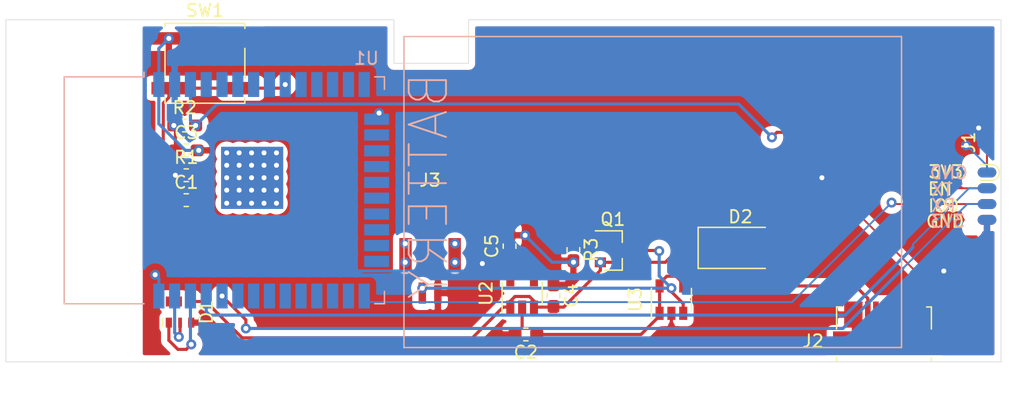
<source format=kicad_pcb>
(kicad_pcb (version 20171130) (host pcbnew 5.1.4-e60b266~84~ubuntu19.04.1)

  (general
    (thickness 1.6)
    (drawings 21)
    (tracks 204)
    (zones 0)
    (modules 18)
    (nets 47)
  )

  (page A4)
  (layers
    (0 F.Cu signal)
    (31 B.Cu signal)
    (32 B.Adhes user)
    (33 F.Adhes user)
    (34 B.Paste user)
    (35 F.Paste user)
    (36 B.SilkS user)
    (37 F.SilkS user)
    (38 B.Mask user)
    (39 F.Mask user)
    (40 Dwgs.User user)
    (41 Cmts.User user)
    (42 Eco1.User user)
    (43 Eco2.User user)
    (44 Edge.Cuts user)
    (45 Margin user)
    (46 B.CrtYd user)
    (47 F.CrtYd user)
    (48 B.Fab user)
    (49 F.Fab user)
  )

  (setup
    (last_trace_width 0.1524)
    (user_trace_width 0.1524)
    (user_trace_width 0.2)
    (trace_clearance 0.1524)
    (zone_clearance 0.508)
    (zone_45_only no)
    (trace_min 0.1524)
    (via_size 0.8)
    (via_drill 0.4)
    (via_min_size 0.4)
    (via_min_drill 0.3)
    (uvia_size 0.3)
    (uvia_drill 0.1)
    (uvias_allowed no)
    (uvia_min_size 0.2)
    (uvia_min_drill 0.1)
    (edge_width 0.05)
    (segment_width 0.2)
    (pcb_text_width 0.3)
    (pcb_text_size 1.5 1.5)
    (mod_edge_width 0.12)
    (mod_text_size 1 1)
    (mod_text_width 0.15)
    (pad_size 1.524 1.524)
    (pad_drill 0.762)
    (pad_to_mask_clearance 0.051)
    (solder_mask_min_width 0.25)
    (aux_axis_origin 0 0)
    (visible_elements FFFFFF7F)
    (pcbplotparams
      (layerselection 0x010fc_ffffffff)
      (usegerberextensions false)
      (usegerberattributes false)
      (usegerberadvancedattributes false)
      (creategerberjobfile false)
      (excludeedgelayer true)
      (linewidth 0.100000)
      (plotframeref false)
      (viasonmask false)
      (mode 1)
      (useauxorigin false)
      (hpglpennumber 1)
      (hpglpenspeed 20)
      (hpglpendiameter 15.000000)
      (psnegative false)
      (psa4output false)
      (plotreference true)
      (plotvalue true)
      (plotinvisibletext false)
      (padsonsilk false)
      (subtractmaskfromsilk false)
      (outputformat 1)
      (mirror false)
      (drillshape 1)
      (scaleselection 1)
      (outputdirectory ""))
  )

  (net 0 "")
  (net 1 GND)
  (net 2 "Net-(C1-Pad1)")
  (net 3 VUSB)
  (net 4 "Net-(D1-Pad6)")
  (net 5 "Net-(D1-Pad5)")
  (net 6 "Net-(D1-Pad2)")
  (net 7 "Net-(D1-Pad1)")
  (net 8 RX)
  (net 9 TX)
  (net 10 EN)
  (net 11 IO0)
  (net 12 +3V3)
  (net 13 "Net-(J2-Pad4)")
  (net 14 "Net-(J2-Pad3)")
  (net 15 "Net-(J2-Pad2)")
  (net 16 "Net-(U1-Pad33)")
  (net 17 "Net-(U1-Pad32)")
  (net 18 "Net-(U1-Pad31)")
  (net 19 "Net-(U1-Pad30)")
  (net 20 "Net-(U1-Pad29)")
  (net 21 "Net-(U1-Pad28)")
  (net 22 "Net-(U1-Pad27)")
  (net 23 "Net-(U1-Pad26)")
  (net 24 "Net-(U1-Pad24)")
  (net 25 "Net-(U1-Pad23)")
  (net 26 "Net-(U1-Pad22)")
  (net 27 "Net-(U1-Pad21)")
  (net 28 "Net-(U1-Pad20)")
  (net 29 "Net-(U1-Pad19)")
  (net 30 "Net-(U1-Pad18)")
  (net 31 "Net-(U1-Pad17)")
  (net 32 "Net-(U1-Pad13)")
  (net 33 "Net-(U1-Pad12)")
  (net 34 "Net-(U1-Pad11)")
  (net 35 "Net-(U1-Pad10)")
  (net 36 "Net-(U1-Pad8)")
  (net 37 "Net-(U1-Pad7)")
  (net 38 "Net-(U1-Pad6)")
  (net 39 "Net-(U1-Pad5)")
  (net 40 "Net-(U1-Pad4)")
  (net 41 "Net-(U2-Pad4)")
  (net 42 "Net-(U1-Pad16)")
  (net 43 "Net-(U1-Pad14)")
  (net 44 VBUS)
  (net 45 VIN)
  (net 46 VBAT)

  (net_class Default "This is the default net class."
    (clearance 0.1524)
    (trace_width 0.1524)
    (via_dia 0.8)
    (via_drill 0.4)
    (uvia_dia 0.3)
    (uvia_drill 0.1)
    (add_net +3V3)
    (add_net EN)
    (add_net GND)
    (add_net IO0)
    (add_net "Net-(C1-Pad1)")
    (add_net "Net-(D1-Pad1)")
    (add_net "Net-(D1-Pad2)")
    (add_net "Net-(D1-Pad5)")
    (add_net "Net-(D1-Pad6)")
    (add_net "Net-(J2-Pad2)")
    (add_net "Net-(J2-Pad3)")
    (add_net "Net-(J2-Pad4)")
    (add_net "Net-(U1-Pad10)")
    (add_net "Net-(U1-Pad11)")
    (add_net "Net-(U1-Pad12)")
    (add_net "Net-(U1-Pad13)")
    (add_net "Net-(U1-Pad14)")
    (add_net "Net-(U1-Pad16)")
    (add_net "Net-(U1-Pad17)")
    (add_net "Net-(U1-Pad18)")
    (add_net "Net-(U1-Pad19)")
    (add_net "Net-(U1-Pad20)")
    (add_net "Net-(U1-Pad21)")
    (add_net "Net-(U1-Pad22)")
    (add_net "Net-(U1-Pad23)")
    (add_net "Net-(U1-Pad24)")
    (add_net "Net-(U1-Pad26)")
    (add_net "Net-(U1-Pad27)")
    (add_net "Net-(U1-Pad28)")
    (add_net "Net-(U1-Pad29)")
    (add_net "Net-(U1-Pad30)")
    (add_net "Net-(U1-Pad31)")
    (add_net "Net-(U1-Pad32)")
    (add_net "Net-(U1-Pad33)")
    (add_net "Net-(U1-Pad4)")
    (add_net "Net-(U1-Pad5)")
    (add_net "Net-(U1-Pad6)")
    (add_net "Net-(U1-Pad7)")
    (add_net "Net-(U1-Pad8)")
    (add_net "Net-(U2-Pad4)")
    (add_net RX)
    (add_net TX)
    (add_net VBAT)
    (add_net VBUS)
    (add_net VIN)
    (add_net VUSB)
  )

  (module Capacitor_SMD:C_0603_1608Metric_Pad1.05x0.95mm_HandSolder (layer F.Cu) (tedit 5B301BBE) (tstamp 5D54A9DF)
    (at 118.99 129.4 90)
    (descr "Capacitor SMD 0603 (1608 Metric), square (rectangular) end terminal, IPC_7351 nominal with elongated pad for handsoldering. (Body size source: http://www.tortai-tech.com/upload/download/2011102023233369053.pdf), generated with kicad-footprint-generator")
    (tags "capacitor handsolder")
    (path /5D552A9C)
    (attr smd)
    (fp_text reference C5 (at 0 -1.43 90) (layer F.SilkS)
      (effects (font (size 1 1) (thickness 0.15)))
    )
    (fp_text value 1u (at 0 1.43 90) (layer F.Fab)
      (effects (font (size 1 1) (thickness 0.15)))
    )
    (fp_text user %R (at 0 0 90) (layer F.Fab)
      (effects (font (size 0.4 0.4) (thickness 0.06)))
    )
    (fp_line (start 1.65 0.73) (end -1.65 0.73) (layer F.CrtYd) (width 0.05))
    (fp_line (start 1.65 -0.73) (end 1.65 0.73) (layer F.CrtYd) (width 0.05))
    (fp_line (start -1.65 -0.73) (end 1.65 -0.73) (layer F.CrtYd) (width 0.05))
    (fp_line (start -1.65 0.73) (end -1.65 -0.73) (layer F.CrtYd) (width 0.05))
    (fp_line (start -0.171267 0.51) (end 0.171267 0.51) (layer F.SilkS) (width 0.12))
    (fp_line (start -0.171267 -0.51) (end 0.171267 -0.51) (layer F.SilkS) (width 0.12))
    (fp_line (start 0.8 0.4) (end -0.8 0.4) (layer F.Fab) (width 0.1))
    (fp_line (start 0.8 -0.4) (end 0.8 0.4) (layer F.Fab) (width 0.1))
    (fp_line (start -0.8 -0.4) (end 0.8 -0.4) (layer F.Fab) (width 0.1))
    (fp_line (start -0.8 0.4) (end -0.8 -0.4) (layer F.Fab) (width 0.1))
    (pad 2 smd roundrect (at 0.875 0 90) (size 1.05 0.95) (layers F.Cu F.Paste F.Mask) (roundrect_rratio 0.25)
      (net 1 GND))
    (pad 1 smd roundrect (at -0.875 0 90) (size 1.05 0.95) (layers F.Cu F.Paste F.Mask) (roundrect_rratio 0.25)
      (net 12 +3V3))
    (model ${KISYS3DMOD}/Capacitor_SMD.3dshapes/C_0603_1608Metric.wrl
      (at (xyz 0 0 0))
      (scale (xyz 1 1 1))
      (rotate (xyz 0 0 0))
    )
  )

  (module Capacitor_SMD:C_0603_1608Metric_Pad1.05x0.95mm_HandSolder (layer F.Cu) (tedit 5B301BBE) (tstamp 5D54AF02)
    (at 122.52 133.38 270)
    (descr "Capacitor SMD 0603 (1608 Metric), square (rectangular) end terminal, IPC_7351 nominal with elongated pad for handsoldering. (Body size source: http://www.tortai-tech.com/upload/download/2011102023233369053.pdf), generated with kicad-footprint-generator")
    (tags "capacitor handsolder")
    (path /5D5523DF)
    (attr smd)
    (fp_text reference C4 (at 0 -1.43 90) (layer F.SilkS)
      (effects (font (size 1 1) (thickness 0.15)))
    )
    (fp_text value 1u (at 0 1.43 90) (layer F.Fab)
      (effects (font (size 1 1) (thickness 0.15)))
    )
    (fp_text user %R (at 0 0 90) (layer F.Fab)
      (effects (font (size 0.4 0.4) (thickness 0.06)))
    )
    (fp_line (start 1.65 0.73) (end -1.65 0.73) (layer F.CrtYd) (width 0.05))
    (fp_line (start 1.65 -0.73) (end 1.65 0.73) (layer F.CrtYd) (width 0.05))
    (fp_line (start -1.65 -0.73) (end 1.65 -0.73) (layer F.CrtYd) (width 0.05))
    (fp_line (start -1.65 0.73) (end -1.65 -0.73) (layer F.CrtYd) (width 0.05))
    (fp_line (start -0.171267 0.51) (end 0.171267 0.51) (layer F.SilkS) (width 0.12))
    (fp_line (start -0.171267 -0.51) (end 0.171267 -0.51) (layer F.SilkS) (width 0.12))
    (fp_line (start 0.8 0.4) (end -0.8 0.4) (layer F.Fab) (width 0.1))
    (fp_line (start 0.8 -0.4) (end 0.8 0.4) (layer F.Fab) (width 0.1))
    (fp_line (start -0.8 -0.4) (end 0.8 -0.4) (layer F.Fab) (width 0.1))
    (fp_line (start -0.8 0.4) (end -0.8 -0.4) (layer F.Fab) (width 0.1))
    (pad 2 smd roundrect (at 0.875 0 270) (size 1.05 0.95) (layers F.Cu F.Paste F.Mask) (roundrect_rratio 0.25)
      (net 45 VIN))
    (pad 1 smd roundrect (at -0.875 0 270) (size 1.05 0.95) (layers F.Cu F.Paste F.Mask) (roundrect_rratio 0.25)
      (net 1 GND))
    (model ${KISYS3DMOD}/Capacitor_SMD.3dshapes/C_0603_1608Metric.wrl
      (at (xyz 0 0 0))
      (scale (xyz 1 1 1))
      (rotate (xyz 0 0 0))
    )
  )

  (module SOICbite:SOIC_clipProgSmall (layer F.Cu) (tedit 5C59A3E2) (tstamp 5D15ED52)
    (at 158.12 125.38 90)
    (path /5D1985B1)
    (fp_text reference J1 (at 4.33 -2.22 90) (layer F.SilkS)
      (effects (font (size 1 1) (thickness 0.15)))
    )
    (fp_text value Conn_01x08_Female (at 0.127 1.397 90) (layer F.Fab)
      (effects (font (size 1 1) (thickness 0.15)))
    )
    (fp_line (start -3.175 -2.54) (end -3.175 0.381) (layer F.Fab) (width 0.1))
    (fp_line (start 3.175 0.381) (end 3.175 -2.54) (layer F.Fab) (width 0.1))
    (fp_line (start 3.175 -2.54) (end -3.175 -2.54) (layer F.Fab) (width 0.1))
    (fp_line (start -3.81 0.381) (end 3.81 0.381) (layer F.Fab) (width 0.1))
    (fp_arc (start 1.905 -0.381) (end 2.54 -0.381) (angle 180) (layer F.SilkS) (width 0.1))
    (fp_line (start 2.54 -0.381) (end 2.54 -1.27) (layer F.SilkS) (width 0.1))
    (fp_line (start 1.27 -0.381) (end 1.27 -1.27) (layer F.SilkS) (width 0.1))
    (pad "" np_thru_hole circle (at 2.54 -1.905 90) (size 0.7 0.7) (drill 0.7) (layers *.Cu *.Mask))
    (pad "" np_thru_hole circle (at 1.27 -1.905 90) (size 0.7 0.7) (drill 0.7) (layers *.Cu *.Mask))
    (pad "" np_thru_hole circle (at 0 -1.905 90) (size 0.7 0.7) (drill 0.7) (layers *.Cu *.Mask))
    (pad "" np_thru_hole circle (at -1.27 -1.905 90) (size 0.7 0.7) (drill 0.7) (layers *.Cu *.Mask))
    (pad "" np_thru_hole circle (at -2.54 -1.905 90) (size 0.7 0.7) (drill 0.7) (layers *.Cu *.Mask))
    (pad 8 smd oval (at 1.905 -0.75 90) (size 0.8 1.5) (layers B.Cu B.Mask)
      (net 1 GND))
    (pad 7 smd oval (at 0.635 -0.75 90) (size 0.8 1.5) (layers B.Cu B.Mask)
      (net 9 TX))
    (pad 6 smd oval (at -0.635 -0.75 90) (size 0.8 1.5) (layers B.Cu B.Mask)
      (net 8 RX))
    (pad 1 smd oval (at 1.905 -0.75 90) (size 0.8 1.5) (layers F.Cu F.Mask)
      (net 12 +3V3))
    (pad 2 smd oval (at 0.635 -0.75 90) (size 0.8 1.5) (layers F.Cu F.Mask)
      (net 10 EN))
    (pad 3 smd oval (at -0.635 -0.75 90) (size 0.8 1.5) (layers F.Cu F.Mask)
      (net 11 IO0))
    (pad 4 smd oval (at -1.905 -0.75 90) (size 0.8 1.5) (layers F.Cu F.Mask)
      (net 1 GND))
    (pad 5 smd oval (at -1.905 -0.75 90) (size 0.8 1.5) (layers B.Cu B.Mask)
      (net 12 +3V3))
  )

  (module ricmohte:LED-APA102-2020 (layer F.Cu) (tedit 5CE835A2) (tstamp 5CE500CC)
    (at 92.5 134.7 90)
    (descr http://www.led-color.com/upload/201604/APA102-2020%20SMD%20LED.pdf)
    (tags "LED RGB SPI")
    (path /5CEDF491)
    (attr smd)
    (fp_text reference D1 (at 0 2.11 90) (layer F.SilkS)
      (effects (font (size 1 1) (thickness 0.15)))
    )
    (fp_text value APA102 (at 0 -2 90) (layer F.Fab)
      (effects (font (size 1 1) (thickness 0.15)))
    )
    (fp_line (start -0.5 -1) (end 1 -1) (layer F.Fab) (width 0.1))
    (fp_line (start 1 -1) (end 1 1) (layer F.Fab) (width 0.1))
    (fp_line (start 1 1) (end -1 1) (layer F.Fab) (width 0.1))
    (fp_line (start -1 1) (end -1 -0.5) (layer F.Fab) (width 0.1))
    (fp_line (start 1.5 -1.4) (end 1.5 1.4) (layer F.CrtYd) (width 0.05))
    (fp_line (start -1.2 -1.4) (end -0.5 -1.4) (layer F.SilkS) (width 0.12))
    (fp_text user %R (at 0 0 90) (layer F.Fab)
      (effects (font (size 1 1) (thickness 0.15)))
    )
    (fp_line (start -0.5 -1) (end -1 -0.5) (layer F.Fab) (width 0.1))
    (fp_line (start -1.5 -1.4) (end -1.5 1.4) (layer F.CrtYd) (width 0.05))
    (fp_line (start -0.5 1.4) (end -0.5 1.58) (layer F.CrtYd) (width 0.05))
    (fp_line (start -0.5 1.58) (end 0.5 1.58) (layer F.CrtYd) (width 0.05))
    (fp_line (start 0.5 1.58) (end 0.5 1.4) (layer F.CrtYd) (width 0.05))
    (fp_line (start -0.5 -1.4) (end -0.5 -1.58) (layer F.CrtYd) (width 0.05))
    (fp_line (start -0.5 -1.58) (end 0.5 -1.58) (layer F.CrtYd) (width 0.05))
    (fp_line (start 0.5 -1.58) (end 0.5 -1.4) (layer F.CrtYd) (width 0.05))
    (fp_line (start 0.5 -1.4) (end 1.5 -1.4) (layer F.CrtYd) (width 0.05))
    (fp_line (start -1.5 -1.4) (end -0.5 -1.4) (layer F.CrtYd) (width 0.05))
    (fp_line (start -0.5 1.4) (end -1.5 1.4) (layer F.CrtYd) (width 0.05))
    (fp_line (start 1.5 1.4) (end 0.5 1.4) (layer F.CrtYd) (width 0.05))
    (pad 1 smd rect (at -0.85 -0.9 90) (size 0.8 0.5) (layers F.Cu F.Paste F.Mask)
      (net 7 "Net-(D1-Pad1)"))
    (pad 2 smd rect (at -0.85 0 90) (size 0.8 0.3) (layers F.Cu F.Paste F.Mask)
      (net 6 "Net-(D1-Pad2)"))
    (pad 3 smd rect (at -0.85 0.9 90) (size 0.8 0.5) (layers F.Cu F.Paste F.Mask)
      (net 1 GND))
    (pad 5 smd rect (at 0.85 0 90) (size 0.8 0.3) (layers F.Cu F.Paste F.Mask)
      (net 5 "Net-(D1-Pad5)"))
    (pad 4 smd rect (at 0.85 0.9 90) (size 0.8 0.5) (layers F.Cu F.Paste F.Mask)
      (net 45 VIN))
    (pad 6 smd rect (at 0.85 -0.9 90) (size 0.8 0.5) (layers F.Cu F.Paste F.Mask)
      (net 4 "Net-(D1-Pad6)"))
    (model ${KIPRJMOD}/APA102.step
      (offset (xyz 55.5 35.25 0))
      (scale (xyz 1 1 1))
      (rotate (xyz 0 0 0))
    )
  )

  (module Resistor_SMD:R_0603_1608Metric_Pad1.05x0.95mm_HandSolder (layer F.Cu) (tedit 5B301BBD) (tstamp 5CE83E4D)
    (at 124.12 129.695 270)
    (descr "Resistor SMD 0603 (1608 Metric), square (rectangular) end terminal, IPC_7351 nominal with elongated pad for handsoldering. (Body size source: http://www.tortai-tech.com/upload/download/2011102023233369053.pdf), generated with kicad-footprint-generator")
    (tags "resistor handsolder")
    (path /5CEA9705)
    (attr smd)
    (fp_text reference R3 (at 0 -1.43 90) (layer F.SilkS)
      (effects (font (size 1 1) (thickness 0.15)))
    )
    (fp_text value R (at 0 1.43 90) (layer F.Fab)
      (effects (font (size 1 1) (thickness 0.15)))
    )
    (fp_text user %R (at 0 0 90) (layer F.Fab)
      (effects (font (size 0.4 0.4) (thickness 0.06)))
    )
    (fp_line (start 1.65 0.73) (end -1.65 0.73) (layer F.CrtYd) (width 0.05))
    (fp_line (start 1.65 -0.73) (end 1.65 0.73) (layer F.CrtYd) (width 0.05))
    (fp_line (start -1.65 -0.73) (end 1.65 -0.73) (layer F.CrtYd) (width 0.05))
    (fp_line (start -1.65 0.73) (end -1.65 -0.73) (layer F.CrtYd) (width 0.05))
    (fp_line (start -0.171267 0.51) (end 0.171267 0.51) (layer F.SilkS) (width 0.12))
    (fp_line (start -0.171267 -0.51) (end 0.171267 -0.51) (layer F.SilkS) (width 0.12))
    (fp_line (start 0.8 0.4) (end -0.8 0.4) (layer F.Fab) (width 0.1))
    (fp_line (start 0.8 -0.4) (end 0.8 0.4) (layer F.Fab) (width 0.1))
    (fp_line (start -0.8 -0.4) (end 0.8 -0.4) (layer F.Fab) (width 0.1))
    (fp_line (start -0.8 0.4) (end -0.8 -0.4) (layer F.Fab) (width 0.1))
    (pad 2 smd roundrect (at 0.875 0 270) (size 1.05 0.95) (layers F.Cu F.Paste F.Mask) (roundrect_rratio 0.25)
      (net 1 GND))
    (pad 1 smd roundrect (at -0.875 0 270) (size 1.05 0.95) (layers F.Cu F.Paste F.Mask) (roundrect_rratio 0.25)
      (net 44 VBUS))
    (model ${KISYS3DMOD}/Resistor_SMD.3dshapes/R_0603_1608Metric.wrl
      (at (xyz 0 0 0))
      (scale (xyz 1 1 1))
      (rotate (xyz 0 0 0))
    )
  )

  (module Package_TO_SOT_SMD:SOT-23 (layer F.Cu) (tedit 5A02FF57) (tstamp 5CE83B8D)
    (at 127.29 129.75)
    (descr "SOT-23, Standard")
    (tags SOT-23)
    (path /5CE89340)
    (attr smd)
    (fp_text reference Q1 (at 0 -2.5) (layer F.SilkS)
      (effects (font (size 1 1) (thickness 0.15)))
    )
    (fp_text value BSS83P (at 0 2.5) (layer F.Fab)
      (effects (font (size 1 1) (thickness 0.15)))
    )
    (fp_line (start 0.76 1.58) (end -0.7 1.58) (layer F.SilkS) (width 0.12))
    (fp_line (start 0.76 -1.58) (end -1.4 -1.58) (layer F.SilkS) (width 0.12))
    (fp_line (start -1.7 1.75) (end -1.7 -1.75) (layer F.CrtYd) (width 0.05))
    (fp_line (start 1.7 1.75) (end -1.7 1.75) (layer F.CrtYd) (width 0.05))
    (fp_line (start 1.7 -1.75) (end 1.7 1.75) (layer F.CrtYd) (width 0.05))
    (fp_line (start -1.7 -1.75) (end 1.7 -1.75) (layer F.CrtYd) (width 0.05))
    (fp_line (start 0.76 -1.58) (end 0.76 -0.65) (layer F.SilkS) (width 0.12))
    (fp_line (start 0.76 1.58) (end 0.76 0.65) (layer F.SilkS) (width 0.12))
    (fp_line (start -0.7 1.52) (end 0.7 1.52) (layer F.Fab) (width 0.1))
    (fp_line (start 0.7 -1.52) (end 0.7 1.52) (layer F.Fab) (width 0.1))
    (fp_line (start -0.7 -0.95) (end -0.15 -1.52) (layer F.Fab) (width 0.1))
    (fp_line (start -0.15 -1.52) (end 0.7 -1.52) (layer F.Fab) (width 0.1))
    (fp_line (start -0.7 -0.95) (end -0.7 1.5) (layer F.Fab) (width 0.1))
    (fp_text user %R (at 0 0 90) (layer F.Fab)
      (effects (font (size 0.5 0.5) (thickness 0.075)))
    )
    (pad 3 smd rect (at 1 0) (size 0.9 0.8) (layers F.Cu F.Paste F.Mask)
      (net 46 VBAT))
    (pad 2 smd rect (at -1 0.95) (size 0.9 0.8) (layers F.Cu F.Paste F.Mask)
      (net 45 VIN))
    (pad 1 smd rect (at -1 -0.95) (size 0.9 0.8) (layers F.Cu F.Paste F.Mask)
      (net 44 VBUS))
    (model ${KISYS3DMOD}/Package_TO_SOT_SMD.3dshapes/SOT-23.wrl
      (at (xyz 0 0 0))
      (scale (xyz 1 1 1))
      (rotate (xyz 0 0 0))
    )
  )

  (module Diode_SMD:D_SMA (layer F.Cu) (tedit 586432E5) (tstamp 5CE83A60)
    (at 137.55 129.54)
    (descr "Diode SMA (DO-214AC)")
    (tags "Diode SMA (DO-214AC)")
    (path /5CEA9707)
    (attr smd)
    (fp_text reference D2 (at 0 -2.5) (layer F.SilkS)
      (effects (font (size 1 1) (thickness 0.15)))
    )
    (fp_text value B140-E3 (at 0 2.6) (layer F.Fab)
      (effects (font (size 1 1) (thickness 0.15)))
    )
    (fp_line (start -3.4 -1.65) (end 2 -1.65) (layer F.SilkS) (width 0.12))
    (fp_line (start -3.4 1.65) (end 2 1.65) (layer F.SilkS) (width 0.12))
    (fp_line (start -0.64944 0.00102) (end 0.50118 -0.79908) (layer F.Fab) (width 0.1))
    (fp_line (start -0.64944 0.00102) (end 0.50118 0.75032) (layer F.Fab) (width 0.1))
    (fp_line (start 0.50118 0.75032) (end 0.50118 -0.79908) (layer F.Fab) (width 0.1))
    (fp_line (start -0.64944 -0.79908) (end -0.64944 0.80112) (layer F.Fab) (width 0.1))
    (fp_line (start 0.50118 0.00102) (end 1.4994 0.00102) (layer F.Fab) (width 0.1))
    (fp_line (start -0.64944 0.00102) (end -1.55114 0.00102) (layer F.Fab) (width 0.1))
    (fp_line (start -3.5 1.75) (end -3.5 -1.75) (layer F.CrtYd) (width 0.05))
    (fp_line (start 3.5 1.75) (end -3.5 1.75) (layer F.CrtYd) (width 0.05))
    (fp_line (start 3.5 -1.75) (end 3.5 1.75) (layer F.CrtYd) (width 0.05))
    (fp_line (start -3.5 -1.75) (end 3.5 -1.75) (layer F.CrtYd) (width 0.05))
    (fp_line (start 2.3 -1.5) (end -2.3 -1.5) (layer F.Fab) (width 0.1))
    (fp_line (start 2.3 -1.5) (end 2.3 1.5) (layer F.Fab) (width 0.1))
    (fp_line (start -2.3 1.5) (end -2.3 -1.5) (layer F.Fab) (width 0.1))
    (fp_line (start 2.3 1.5) (end -2.3 1.5) (layer F.Fab) (width 0.1))
    (fp_line (start -3.4 -1.65) (end -3.4 1.65) (layer F.SilkS) (width 0.12))
    (fp_text user %R (at 0 -2.5) (layer F.Fab)
      (effects (font (size 1 1) (thickness 0.15)))
    )
    (pad 2 smd rect (at 2 0) (size 2.5 1.8) (layers F.Cu F.Paste F.Mask)
      (net 44 VBUS))
    (pad 1 smd rect (at -2 0) (size 2.5 1.8) (layers F.Cu F.Paste F.Mask)
      (net 45 VIN))
    (model ${KISYS3DMOD}/Diode_SMD.3dshapes/D_SMA.wrl
      (at (xyz 0 0 0))
      (scale (xyz 1 1 1))
      (rotate (xyz 0 0 0))
    )
  )

  (module ricmohte:BM02B-GHS-TBT (layer F.Cu) (tedit 5CE4BB8D) (tstamp 5CE50169)
    (at 112.6 130.1 180)
    (path /5CE4E6E8)
    (fp_text reference J3 (at 0 6) (layer F.SilkS)
      (effects (font (size 1 1) (thickness 0.15)))
    )
    (fp_text value Conn_01x02_Male (at 0 -7.5) (layer F.Fab)
      (effects (font (size 1 1) (thickness 0.15)))
    )
    (pad 1 smd rect (at 0.625 -3.075 180) (size 0.6 1.7) (layers F.Cu F.Paste F.Mask)
      (net 46 VBAT))
    (pad 2 smd rect (at -0.625 -3.075 180) (size 0.6 1.7) (layers F.Cu F.Paste F.Mask)
      (net 1 GND))
    (pad "" smd rect (at 1.975 0 180) (size 1 2.7) (layers F.Cu F.Paste F.Mask))
    (pad "" smd rect (at -1.975 0 180) (size 1 2.7) (layers F.Cu F.Paste F.Mask))
  )

  (module Resistor_SMD:R_0603_1608Metric_Pad1.05x0.95mm_HandSolder (layer F.Cu) (tedit 5B301BBD) (tstamp 5CE4FF7A)
    (at 92.875 119.7)
    (descr "Resistor SMD 0603 (1608 Metric), square (rectangular) end terminal, IPC_7351 nominal with elongated pad for handsoldering. (Body size source: http://www.tortai-tech.com/upload/download/2011102023233369053.pdf), generated with kicad-footprint-generator")
    (tags "resistor handsolder")
    (path /5CE4FE77)
    (attr smd)
    (fp_text reference R2 (at 0 -1.43) (layer F.SilkS)
      (effects (font (size 1 1) (thickness 0.15)))
    )
    (fp_text value R (at 0 1.43) (layer F.Fab)
      (effects (font (size 1 1) (thickness 0.15)))
    )
    (fp_line (start -0.8 0.4) (end -0.8 -0.4) (layer F.Fab) (width 0.1))
    (fp_line (start -0.8 -0.4) (end 0.8 -0.4) (layer F.Fab) (width 0.1))
    (fp_line (start 0.8 -0.4) (end 0.8 0.4) (layer F.Fab) (width 0.1))
    (fp_line (start 0.8 0.4) (end -0.8 0.4) (layer F.Fab) (width 0.1))
    (fp_line (start -0.171267 -0.51) (end 0.171267 -0.51) (layer F.SilkS) (width 0.12))
    (fp_line (start -0.171267 0.51) (end 0.171267 0.51) (layer F.SilkS) (width 0.12))
    (fp_line (start -1.65 0.73) (end -1.65 -0.73) (layer F.CrtYd) (width 0.05))
    (fp_line (start -1.65 -0.73) (end 1.65 -0.73) (layer F.CrtYd) (width 0.05))
    (fp_line (start 1.65 -0.73) (end 1.65 0.73) (layer F.CrtYd) (width 0.05))
    (fp_line (start 1.65 0.73) (end -1.65 0.73) (layer F.CrtYd) (width 0.05))
    (fp_text user %R (at 0 0) (layer F.Fab)
      (effects (font (size 0.4 0.4) (thickness 0.06)))
    )
    (pad 1 smd roundrect (at -0.875 0) (size 1.05 0.95) (layers F.Cu F.Paste F.Mask) (roundrect_rratio 0.25)
      (net 12 +3V3))
    (pad 2 smd roundrect (at 0.875 0) (size 1.05 0.95) (layers F.Cu F.Paste F.Mask) (roundrect_rratio 0.25)
      (net 10 EN))
    (model ${KISYS3DMOD}/Resistor_SMD.3dshapes/R_0603_1608Metric.wrl
      (at (xyz 0 0 0))
      (scale (xyz 1 1 1))
      (rotate (xyz 0 0 0))
    )
  )

  (module Capacitor_SMD:C_0603_1608Metric_Pad1.05x0.95mm_HandSolder (layer F.Cu) (tedit 5B301BBE) (tstamp 5CE4FDFB)
    (at 93 121.7)
    (descr "Capacitor SMD 0603 (1608 Metric), square (rectangular) end terminal, IPC_7351 nominal with elongated pad for handsoldering. (Body size source: http://www.tortai-tech.com/upload/download/2011102023233369053.pdf), generated with kicad-footprint-generator")
    (tags "capacitor handsolder")
    (path /5CE570CD)
    (attr smd)
    (fp_text reference C3 (at 0 -1.43) (layer F.SilkS)
      (effects (font (size 1 1) (thickness 0.15)))
    )
    (fp_text value 1u (at 0 1.43) (layer F.Fab)
      (effects (font (size 1 1) (thickness 0.15)))
    )
    (fp_line (start -0.8 0.4) (end -0.8 -0.4) (layer F.Fab) (width 0.1))
    (fp_line (start -0.8 -0.4) (end 0.8 -0.4) (layer F.Fab) (width 0.1))
    (fp_line (start 0.8 -0.4) (end 0.8 0.4) (layer F.Fab) (width 0.1))
    (fp_line (start 0.8 0.4) (end -0.8 0.4) (layer F.Fab) (width 0.1))
    (fp_line (start -0.171267 -0.51) (end 0.171267 -0.51) (layer F.SilkS) (width 0.12))
    (fp_line (start -0.171267 0.51) (end 0.171267 0.51) (layer F.SilkS) (width 0.12))
    (fp_line (start -1.65 0.73) (end -1.65 -0.73) (layer F.CrtYd) (width 0.05))
    (fp_line (start -1.65 -0.73) (end 1.65 -0.73) (layer F.CrtYd) (width 0.05))
    (fp_line (start 1.65 -0.73) (end 1.65 0.73) (layer F.CrtYd) (width 0.05))
    (fp_line (start 1.65 0.73) (end -1.65 0.73) (layer F.CrtYd) (width 0.05))
    (fp_text user %R (at 0 0) (layer F.Fab)
      (effects (font (size 0.4 0.4) (thickness 0.06)))
    )
    (pad 1 smd roundrect (at -0.875 0) (size 1.05 0.95) (layers F.Cu F.Paste F.Mask) (roundrect_rratio 0.25)
      (net 12 +3V3))
    (pad 2 smd roundrect (at 0.875 0) (size 1.05 0.95) (layers F.Cu F.Paste F.Mask) (roundrect_rratio 0.25)
      (net 1 GND))
    (model ${KISYS3DMOD}/Capacitor_SMD.3dshapes/C_0603_1608Metric.wrl
      (at (xyz 0 0 0))
      (scale (xyz 1 1 1))
      (rotate (xyz 0 0 0))
    )
  )

  (module Package_TO_SOT_SMD:SOT-23-5 (layer F.Cu) (tedit 5A02FF57) (tstamp 5CE5022D)
    (at 132 133.7 90)
    (descr "5-pin SOT23 package")
    (tags SOT-23-5)
    (path /5CE84B04)
    (attr smd)
    (fp_text reference U3 (at 0 -2.9 90) (layer F.SilkS)
      (effects (font (size 1 1) (thickness 0.15)))
    )
    (fp_text value MCP73811T-420I-OT (at 0 2.9 90) (layer F.Fab)
      (effects (font (size 1 1) (thickness 0.15)))
    )
    (fp_text user %R (at 0 0) (layer F.Fab)
      (effects (font (size 0.5 0.5) (thickness 0.075)))
    )
    (fp_line (start -0.9 1.61) (end 0.9 1.61) (layer F.SilkS) (width 0.12))
    (fp_line (start 0.9 -1.61) (end -1.55 -1.61) (layer F.SilkS) (width 0.12))
    (fp_line (start -1.9 -1.8) (end 1.9 -1.8) (layer F.CrtYd) (width 0.05))
    (fp_line (start 1.9 -1.8) (end 1.9 1.8) (layer F.CrtYd) (width 0.05))
    (fp_line (start 1.9 1.8) (end -1.9 1.8) (layer F.CrtYd) (width 0.05))
    (fp_line (start -1.9 1.8) (end -1.9 -1.8) (layer F.CrtYd) (width 0.05))
    (fp_line (start -0.9 -0.9) (end -0.25 -1.55) (layer F.Fab) (width 0.1))
    (fp_line (start 0.9 -1.55) (end -0.25 -1.55) (layer F.Fab) (width 0.1))
    (fp_line (start -0.9 -0.9) (end -0.9 1.55) (layer F.Fab) (width 0.1))
    (fp_line (start 0.9 1.55) (end -0.9 1.55) (layer F.Fab) (width 0.1))
    (fp_line (start 0.9 -1.55) (end 0.9 1.55) (layer F.Fab) (width 0.1))
    (pad 1 smd rect (at -1.1 -0.95 90) (size 1.06 0.65) (layers F.Cu F.Paste F.Mask)
      (net 3 VUSB))
    (pad 2 smd rect (at -1.1 0 90) (size 1.06 0.65) (layers F.Cu F.Paste F.Mask)
      (net 1 GND))
    (pad 3 smd rect (at -1.1 0.95 90) (size 1.06 0.65) (layers F.Cu F.Paste F.Mask)
      (net 46 VBAT))
    (pad 4 smd rect (at 1.1 0.95 90) (size 1.06 0.65) (layers F.Cu F.Paste F.Mask)
      (net 3 VUSB))
    (pad 5 smd rect (at 1.1 -0.95 90) (size 1.06 0.65) (layers F.Cu F.Paste F.Mask)
      (net 3 VUSB))
    (model ${KISYS3DMOD}/Package_TO_SOT_SMD.3dshapes/SOT-23-5.wrl
      (at (xyz 0 0 0))
      (scale (xyz 1 1 1))
      (rotate (xyz 0 0 0))
    )
  )

  (module Package_TO_SOT_SMD:SOT-23-5 (layer F.Cu) (tedit 5A02FF57) (tstamp 5CE50218)
    (at 120 133.2 90)
    (descr "5-pin SOT23 package")
    (tags SOT-23-5)
    (path /5CE4BB78)
    (attr smd)
    (fp_text reference U2 (at 0 -2.9 90) (layer F.SilkS)
      (effects (font (size 1 1) (thickness 0.15)))
    )
    (fp_text value AP2112K-3.3 (at 0 2.9 90) (layer F.Fab)
      (effects (font (size 1 1) (thickness 0.15)))
    )
    (fp_text user %R (at 0 0) (layer F.Fab)
      (effects (font (size 0.5 0.5) (thickness 0.075)))
    )
    (fp_line (start -0.9 1.61) (end 0.9 1.61) (layer F.SilkS) (width 0.12))
    (fp_line (start 0.9 -1.61) (end -1.55 -1.61) (layer F.SilkS) (width 0.12))
    (fp_line (start -1.9 -1.8) (end 1.9 -1.8) (layer F.CrtYd) (width 0.05))
    (fp_line (start 1.9 -1.8) (end 1.9 1.8) (layer F.CrtYd) (width 0.05))
    (fp_line (start 1.9 1.8) (end -1.9 1.8) (layer F.CrtYd) (width 0.05))
    (fp_line (start -1.9 1.8) (end -1.9 -1.8) (layer F.CrtYd) (width 0.05))
    (fp_line (start -0.9 -0.9) (end -0.25 -1.55) (layer F.Fab) (width 0.1))
    (fp_line (start 0.9 -1.55) (end -0.25 -1.55) (layer F.Fab) (width 0.1))
    (fp_line (start -0.9 -0.9) (end -0.9 1.55) (layer F.Fab) (width 0.1))
    (fp_line (start 0.9 1.55) (end -0.9 1.55) (layer F.Fab) (width 0.1))
    (fp_line (start 0.9 -1.55) (end 0.9 1.55) (layer F.Fab) (width 0.1))
    (pad 1 smd rect (at -1.1 -0.95 90) (size 1.06 0.65) (layers F.Cu F.Paste F.Mask)
      (net 45 VIN))
    (pad 2 smd rect (at -1.1 0 90) (size 1.06 0.65) (layers F.Cu F.Paste F.Mask)
      (net 1 GND))
    (pad 3 smd rect (at -1.1 0.95 90) (size 1.06 0.65) (layers F.Cu F.Paste F.Mask)
      (net 45 VIN))
    (pad 4 smd rect (at 1.1 0.95 90) (size 1.06 0.65) (layers F.Cu F.Paste F.Mask)
      (net 41 "Net-(U2-Pad4)"))
    (pad 5 smd rect (at 1.1 -0.95 90) (size 1.06 0.65) (layers F.Cu F.Paste F.Mask)
      (net 12 +3V3))
    (model ${KISYS3DMOD}/Package_TO_SOT_SMD.3dshapes/SOT-23-5.wrl
      (at (xyz 0 0 0))
      (scale (xyz 1 1 1))
      (rotate (xyz 0 0 0))
    )
  )

  (module RF_Module:ESP32-WROOM-32 (layer B.Cu) (tedit 5B5B4654) (tstamp 5CE50203)
    (at 99.05 124.91 270)
    (descr "Single 2.4 GHz Wi-Fi and Bluetooth combo chip https://www.espressif.com/sites/default/files/documentation/esp32-wroom-32_datasheet_en.pdf")
    (tags "Single 2.4 GHz Wi-Fi and Bluetooth combo  chip")
    (path /5CE4A36D)
    (attr smd)
    (fp_text reference U1 (at -10.61 -8.43 180) (layer B.SilkS)
      (effects (font (size 1 1) (thickness 0.15)) (justify mirror))
    )
    (fp_text value ESP32-WROOM-32 (at 0 -11.5 90) (layer B.Fab)
      (effects (font (size 1 1) (thickness 0.15)) (justify mirror))
    )
    (fp_text user %R (at 0 0 90) (layer B.Fab)
      (effects (font (size 1 1) (thickness 0.15)) (justify mirror))
    )
    (fp_text user "KEEP-OUT ZONE" (at 0 19 90) (layer Cmts.User)
      (effects (font (size 1 1) (thickness 0.15)))
    )
    (fp_text user Antenna (at 0 13 90) (layer Cmts.User)
      (effects (font (size 1 1) (thickness 0.15)))
    )
    (fp_text user "5 mm" (at 11.8 14.375 90) (layer Cmts.User)
      (effects (font (size 0.5 0.5) (thickness 0.1)))
    )
    (fp_text user "5 mm" (at -11.2 14.375 90) (layer Cmts.User)
      (effects (font (size 0.5 0.5) (thickness 0.1)))
    )
    (fp_text user "5 mm" (at 7.8 19.075 180) (layer Cmts.User)
      (effects (font (size 0.5 0.5) (thickness 0.1)))
    )
    (fp_line (start -14 9.97) (end -14 20.75) (layer Dwgs.User) (width 0.1))
    (fp_line (start 9 -9.76) (end 9 15.745) (layer B.Fab) (width 0.1))
    (fp_line (start -9 -9.76) (end 9 -9.76) (layer B.Fab) (width 0.1))
    (fp_line (start -9 15.745) (end -9 10.02) (layer B.Fab) (width 0.1))
    (fp_line (start -9 15.745) (end 9 15.745) (layer B.Fab) (width 0.1))
    (fp_line (start -9.75 -10.5) (end -9.75 9.72) (layer B.CrtYd) (width 0.05))
    (fp_line (start -9.75 -10.5) (end 9.75 -10.5) (layer B.CrtYd) (width 0.05))
    (fp_line (start 9.75 9.72) (end 9.75 -10.5) (layer B.CrtYd) (width 0.05))
    (fp_line (start -14.25 21) (end 14.25 21) (layer B.CrtYd) (width 0.05))
    (fp_line (start -9 9.02) (end -9 -9.76) (layer B.Fab) (width 0.1))
    (fp_line (start -8.5 9.52) (end -9 10.02) (layer B.Fab) (width 0.1))
    (fp_line (start -9 9.02) (end -8.5 9.52) (layer B.Fab) (width 0.1))
    (fp_line (start 14 9.97) (end -14 9.97) (layer Dwgs.User) (width 0.1))
    (fp_line (start 14 9.97) (end 14 20.75) (layer Dwgs.User) (width 0.1))
    (fp_line (start 14 20.75) (end -14 20.75) (layer Dwgs.User) (width 0.1))
    (fp_line (start -14.25 21) (end -14.25 9.72) (layer B.CrtYd) (width 0.05))
    (fp_line (start 14.25 21) (end 14.25 9.72) (layer B.CrtYd) (width 0.05))
    (fp_line (start -14.25 9.72) (end -9.75 9.72) (layer B.CrtYd) (width 0.05))
    (fp_line (start 9.75 9.72) (end 14.25 9.72) (layer B.CrtYd) (width 0.05))
    (fp_line (start -12.525 20.75) (end -14 19.66) (layer Dwgs.User) (width 0.1))
    (fp_line (start -10.525 20.75) (end -14 18.045) (layer Dwgs.User) (width 0.1))
    (fp_line (start -8.525 20.75) (end -14 16.43) (layer Dwgs.User) (width 0.1))
    (fp_line (start -6.525 20.75) (end -14 14.815) (layer Dwgs.User) (width 0.1))
    (fp_line (start -4.525 20.75) (end -14 13.2) (layer Dwgs.User) (width 0.1))
    (fp_line (start -2.525 20.75) (end -14 11.585) (layer Dwgs.User) (width 0.1))
    (fp_line (start -0.525 20.75) (end -14 9.97) (layer Dwgs.User) (width 0.1))
    (fp_line (start 1.475 20.75) (end -12 9.97) (layer Dwgs.User) (width 0.1))
    (fp_line (start 3.475 20.75) (end -10 9.97) (layer Dwgs.User) (width 0.1))
    (fp_line (start -8 9.97) (end 5.475 20.75) (layer Dwgs.User) (width 0.1))
    (fp_line (start 7.475 20.75) (end -6 9.97) (layer Dwgs.User) (width 0.1))
    (fp_line (start 9.475 20.75) (end -4 9.97) (layer Dwgs.User) (width 0.1))
    (fp_line (start 11.475 20.75) (end -2 9.97) (layer Dwgs.User) (width 0.1))
    (fp_line (start 13.475 20.75) (end 0 9.97) (layer Dwgs.User) (width 0.1))
    (fp_line (start 14 19.66) (end 2 9.97) (layer Dwgs.User) (width 0.1))
    (fp_line (start 14 18.045) (end 4 9.97) (layer Dwgs.User) (width 0.1))
    (fp_line (start 14 16.43) (end 6 9.97) (layer Dwgs.User) (width 0.1))
    (fp_line (start 14 14.815) (end 8 9.97) (layer Dwgs.User) (width 0.1))
    (fp_line (start 14 13.2) (end 10 9.97) (layer Dwgs.User) (width 0.1))
    (fp_line (start 14 11.585) (end 12 9.97) (layer Dwgs.User) (width 0.1))
    (fp_line (start 9.2 13.875) (end 13.8 13.875) (layer Cmts.User) (width 0.1))
    (fp_line (start 13.8 13.875) (end 13.6 14.075) (layer Cmts.User) (width 0.1))
    (fp_line (start 13.8 13.875) (end 13.6 13.675) (layer Cmts.User) (width 0.1))
    (fp_line (start 9.2 13.875) (end 9.4 14.075) (layer Cmts.User) (width 0.1))
    (fp_line (start 9.2 13.875) (end 9.4 13.675) (layer Cmts.User) (width 0.1))
    (fp_line (start -13.8 13.875) (end -13.6 14.075) (layer Cmts.User) (width 0.1))
    (fp_line (start -13.8 13.875) (end -13.6 13.675) (layer Cmts.User) (width 0.1))
    (fp_line (start -9.2 13.875) (end -9.4 13.675) (layer Cmts.User) (width 0.1))
    (fp_line (start -13.8 13.875) (end -9.2 13.875) (layer Cmts.User) (width 0.1))
    (fp_line (start -9.2 13.875) (end -9.4 14.075) (layer Cmts.User) (width 0.1))
    (fp_line (start 8.4 16) (end 8.2 16.2) (layer Cmts.User) (width 0.1))
    (fp_line (start 8.4 16) (end 8.6 16.2) (layer Cmts.User) (width 0.1))
    (fp_line (start 8.4 20.6) (end 8.6 20.4) (layer Cmts.User) (width 0.1))
    (fp_line (start 8.4 16) (end 8.4 20.6) (layer Cmts.User) (width 0.1))
    (fp_line (start 8.4 20.6) (end 8.2 20.4) (layer Cmts.User) (width 0.1))
    (fp_line (start -9.12 -9.1) (end -9.12 -9.88) (layer B.SilkS) (width 0.12))
    (fp_line (start -9.12 -9.88) (end -8.12 -9.88) (layer B.SilkS) (width 0.12))
    (fp_line (start 9.12 -9.1) (end 9.12 -9.88) (layer B.SilkS) (width 0.12))
    (fp_line (start 9.12 -9.88) (end 8.12 -9.88) (layer B.SilkS) (width 0.12))
    (fp_line (start -9.12 15.865) (end 9.12 15.865) (layer B.SilkS) (width 0.12))
    (fp_line (start 9.12 15.865) (end 9.12 9.445) (layer B.SilkS) (width 0.12))
    (fp_line (start -9.12 15.865) (end -9.12 9.445) (layer B.SilkS) (width 0.12))
    (fp_line (start -9.12 9.445) (end -9.5 9.445) (layer B.SilkS) (width 0.12))
    (pad 39 smd rect (at -1 0.755 270) (size 5 5) (layers B.Cu B.Paste B.Mask))
    (pad 1 smd rect (at -8.5 8.255 270) (size 2 0.9) (layers B.Cu B.Paste B.Mask)
      (net 1 GND))
    (pad 2 smd rect (at -8.5 6.985 270) (size 2 0.9) (layers B.Cu B.Paste B.Mask)
      (net 12 +3V3))
    (pad 3 smd rect (at -8.5 5.715 270) (size 2 0.9) (layers B.Cu B.Paste B.Mask)
      (net 10 EN))
    (pad 4 smd rect (at -8.5 4.445 270) (size 2 0.9) (layers B.Cu B.Paste B.Mask)
      (net 40 "Net-(U1-Pad4)"))
    (pad 5 smd rect (at -8.5 3.175 270) (size 2 0.9) (layers B.Cu B.Paste B.Mask)
      (net 39 "Net-(U1-Pad5)"))
    (pad 6 smd rect (at -8.5 1.905 270) (size 2 0.9) (layers B.Cu B.Paste B.Mask)
      (net 38 "Net-(U1-Pad6)"))
    (pad 7 smd rect (at -8.5 0.635 270) (size 2 0.9) (layers B.Cu B.Paste B.Mask)
      (net 37 "Net-(U1-Pad7)"))
    (pad 8 smd rect (at -8.5 -0.635 270) (size 2 0.9) (layers B.Cu B.Paste B.Mask)
      (net 36 "Net-(U1-Pad8)"))
    (pad 9 smd rect (at -8.5 -1.905 270) (size 2 0.9) (layers B.Cu B.Paste B.Mask)
      (net 2 "Net-(C1-Pad1)"))
    (pad 10 smd rect (at -8.5 -3.175 270) (size 2 0.9) (layers B.Cu B.Paste B.Mask)
      (net 35 "Net-(U1-Pad10)"))
    (pad 11 smd rect (at -8.5 -4.445 270) (size 2 0.9) (layers B.Cu B.Paste B.Mask)
      (net 34 "Net-(U1-Pad11)"))
    (pad 12 smd rect (at -8.5 -5.715 270) (size 2 0.9) (layers B.Cu B.Paste B.Mask)
      (net 33 "Net-(U1-Pad12)"))
    (pad 13 smd rect (at -8.5 -6.985 270) (size 2 0.9) (layers B.Cu B.Paste B.Mask)
      (net 32 "Net-(U1-Pad13)"))
    (pad 14 smd rect (at -8.5 -8.255 270) (size 2 0.9) (layers B.Cu B.Paste B.Mask)
      (net 43 "Net-(U1-Pad14)"))
    (pad 15 smd rect (at -5.715 -9.255 180) (size 2 0.9) (layers B.Cu B.Paste B.Mask)
      (net 1 GND))
    (pad 16 smd rect (at -4.445 -9.255 180) (size 2 0.9) (layers B.Cu B.Paste B.Mask)
      (net 42 "Net-(U1-Pad16)"))
    (pad 17 smd rect (at -3.175 -9.255 180) (size 2 0.9) (layers B.Cu B.Paste B.Mask)
      (net 31 "Net-(U1-Pad17)"))
    (pad 18 smd rect (at -1.905 -9.255 180) (size 2 0.9) (layers B.Cu B.Paste B.Mask)
      (net 30 "Net-(U1-Pad18)"))
    (pad 19 smd rect (at -0.635 -9.255 180) (size 2 0.9) (layers B.Cu B.Paste B.Mask)
      (net 29 "Net-(U1-Pad19)"))
    (pad 20 smd rect (at 0.635 -9.255 180) (size 2 0.9) (layers B.Cu B.Paste B.Mask)
      (net 28 "Net-(U1-Pad20)"))
    (pad 21 smd rect (at 1.905 -9.255 180) (size 2 0.9) (layers B.Cu B.Paste B.Mask)
      (net 27 "Net-(U1-Pad21)"))
    (pad 22 smd rect (at 3.175 -9.255 180) (size 2 0.9) (layers B.Cu B.Paste B.Mask)
      (net 26 "Net-(U1-Pad22)"))
    (pad 23 smd rect (at 4.445 -9.255 180) (size 2 0.9) (layers B.Cu B.Paste B.Mask)
      (net 25 "Net-(U1-Pad23)"))
    (pad 24 smd rect (at 5.715 -9.255 180) (size 2 0.9) (layers B.Cu B.Paste B.Mask)
      (net 24 "Net-(U1-Pad24)"))
    (pad 25 smd rect (at 8.5 -8.255 270) (size 2 0.9) (layers B.Cu B.Paste B.Mask)
      (net 11 IO0))
    (pad 26 smd rect (at 8.5 -6.985 270) (size 2 0.9) (layers B.Cu B.Paste B.Mask)
      (net 23 "Net-(U1-Pad26)"))
    (pad 27 smd rect (at 8.5 -5.715 270) (size 2 0.9) (layers B.Cu B.Paste B.Mask)
      (net 22 "Net-(U1-Pad27)"))
    (pad 28 smd rect (at 8.5 -4.445 270) (size 2 0.9) (layers B.Cu B.Paste B.Mask)
      (net 21 "Net-(U1-Pad28)"))
    (pad 29 smd rect (at 8.5 -3.175 270) (size 2 0.9) (layers B.Cu B.Paste B.Mask)
      (net 20 "Net-(U1-Pad29)"))
    (pad 30 smd rect (at 8.5 -1.905 270) (size 2 0.9) (layers B.Cu B.Paste B.Mask)
      (net 19 "Net-(U1-Pad30)"))
    (pad 31 smd rect (at 8.5 -0.635 270) (size 2 0.9) (layers B.Cu B.Paste B.Mask)
      (net 18 "Net-(U1-Pad31)"))
    (pad 32 smd rect (at 8.5 0.635 270) (size 2 0.9) (layers B.Cu B.Paste B.Mask)
      (net 17 "Net-(U1-Pad32)"))
    (pad 33 smd rect (at 8.5 1.905 270) (size 2 0.9) (layers B.Cu B.Paste B.Mask)
      (net 16 "Net-(U1-Pad33)"))
    (pad 34 smd rect (at 8.5 3.175 270) (size 2 0.9) (layers B.Cu B.Paste B.Mask)
      (net 8 RX))
    (pad 35 smd rect (at 8.5 4.445 270) (size 2 0.9) (layers B.Cu B.Paste B.Mask)
      (net 9 TX))
    (pad 36 smd rect (at 8.5 5.715 270) (size 2 0.9) (layers B.Cu B.Paste B.Mask)
      (net 7 "Net-(D1-Pad1)"))
    (pad 37 smd rect (at 8.5 6.985 270) (size 2 0.9) (layers B.Cu B.Paste B.Mask)
      (net 6 "Net-(D1-Pad2)"))
    (pad 38 smd rect (at 8.5 8.255 270) (size 2 0.9) (layers B.Cu B.Paste B.Mask)
      (net 1 GND))
    (model ${KISYS3DMOD}/RF_Module.3dshapes/ESP32-WROOM-32.wrl
      (at (xyz 0 0 0))
      (scale (xyz 1 1 1))
      (rotate (xyz 0 0 0))
    )
  )

  (module Button_Switch_SMD:SW_Push_1P1T_NO_CK_KSC7xxJ (layer F.Cu) (tedit 5C63FE2A) (tstamp 5CE50194)
    (at 94.5 114.7 180)
    (descr "CK components KSC7 tactile switch https://www.ckswitches.com/media/1973/ksc7.pdf")
    (tags "tactile switch ksc7")
    (path /5CEE828E)
    (attr smd)
    (fp_text reference SW1 (at 0 4.24) (layer F.SilkS)
      (effects (font (size 1 1) (thickness 0.15)))
    )
    (fp_text value SW_Push (at 0 -4.23) (layer F.Fab)
      (effects (font (size 1 1) (thickness 0.15)))
    )
    (fp_line (start -3.1 -3.1) (end 3.1 -3.1) (layer F.Fab) (width 0.1))
    (fp_line (start 3.1 -3.1) (end 3.1 3.1) (layer F.Fab) (width 0.1))
    (fp_line (start 3.1 3.1) (end -3.1 3.1) (layer F.Fab) (width 0.1))
    (fp_line (start -3.1 3.1) (end -3.1 -3.1) (layer F.Fab) (width 0.1))
    (fp_text user %R (at 0 0) (layer F.Fab)
      (effects (font (size 1 1) (thickness 0.15)))
    )
    (fp_line (start -4.55 -3.35) (end 4.55 -3.35) (layer F.CrtYd) (width 0.05))
    (fp_line (start 4.55 -3.35) (end 4.55 3.35) (layer F.CrtYd) (width 0.05))
    (fp_line (start 4.55 3.35) (end -4.55 3.35) (layer F.CrtYd) (width 0.05))
    (fp_line (start -4.55 3.35) (end -4.55 -3.35) (layer F.CrtYd) (width 0.05))
    (fp_circle (center 0 0) (end 1.5 0) (layer F.Fab) (width 0.1))
    (fp_line (start -3.21 2.8) (end -3.21 3.21) (layer F.SilkS) (width 0.12))
    (fp_line (start -3.21 3.21) (end 3.21 3.21) (layer F.SilkS) (width 0.12))
    (fp_line (start 3.21 3.21) (end 3.21 2.93) (layer F.SilkS) (width 0.12))
    (fp_line (start 3.21 1.2) (end 3.21 -1.2) (layer F.SilkS) (width 0.12))
    (fp_line (start 3.21 -2.8) (end 3.21 -3.21) (layer F.SilkS) (width 0.12))
    (fp_line (start 3.21 -3.21) (end -3.21 -3.21) (layer F.SilkS) (width 0.12))
    (fp_line (start -3.21 -3.21) (end -3.21 -2.8) (layer F.SilkS) (width 0.12))
    (fp_line (start -3.21 -1.2) (end -3.21 1.2) (layer F.SilkS) (width 0.12))
    (pad 1 smd rect (at -2.9 -2 180) (size 2.8 1) (layers F.Cu F.Paste F.Mask)
      (net 2 "Net-(C1-Pad1)"))
    (pad 1 smd rect (at 2.9 -2 180) (size 2.8 1) (layers F.Cu F.Paste F.Mask)
      (net 2 "Net-(C1-Pad1)"))
    (pad 2 smd rect (at -2.9 2 180) (size 2.8 1) (layers F.Cu F.Paste F.Mask)
      (net 1 GND))
    (pad 2 smd rect (at 2.9 2 180) (size 2.8 1) (layers F.Cu F.Paste F.Mask)
      (net 1 GND))
    (model ${KISYS3DMOD}/Button_Switch_SMD.3dshapes/SW_push_1P1T_NO_CK_KSC7xxJxxx.wrl
      (at (xyz 0 0 0))
      (scale (xyz 1 1 1))
      (rotate (xyz 0 0 0))
    )
    (model ${KISYS3DMOD}/Button_Switch_SMD.3dshapes/SW_SPST_PTS645.step
      (at (xyz 0 0 0))
      (scale (xyz 1 1 1))
      (rotate (xyz 0 0 0))
    )
  )

  (module Resistor_SMD:R_0603_1608Metric_Pad1.05x0.95mm_HandSolder (layer F.Cu) (tedit 5B301BBD) (tstamp 5CE5017A)
    (at 93 123.7)
    (descr "Resistor SMD 0603 (1608 Metric), square (rectangular) end terminal, IPC_7351 nominal with elongated pad for handsoldering. (Body size source: http://www.tortai-tech.com/upload/download/2011102023233369053.pdf), generated with kicad-footprint-generator")
    (tags "resistor handsolder")
    (path /5CEF8EE9)
    (attr smd)
    (fp_text reference R1 (at 0 -1.43) (layer F.SilkS)
      (effects (font (size 1 1) (thickness 0.15)))
    )
    (fp_text value 10k (at 0 1.43) (layer F.Fab)
      (effects (font (size 1 1) (thickness 0.15)))
    )
    (fp_line (start -0.8 0.4) (end -0.8 -0.4) (layer F.Fab) (width 0.1))
    (fp_line (start -0.8 -0.4) (end 0.8 -0.4) (layer F.Fab) (width 0.1))
    (fp_line (start 0.8 -0.4) (end 0.8 0.4) (layer F.Fab) (width 0.1))
    (fp_line (start 0.8 0.4) (end -0.8 0.4) (layer F.Fab) (width 0.1))
    (fp_line (start -0.171267 -0.51) (end 0.171267 -0.51) (layer F.SilkS) (width 0.12))
    (fp_line (start -0.171267 0.51) (end 0.171267 0.51) (layer F.SilkS) (width 0.12))
    (fp_line (start -1.65 0.73) (end -1.65 -0.73) (layer F.CrtYd) (width 0.05))
    (fp_line (start -1.65 -0.73) (end 1.65 -0.73) (layer F.CrtYd) (width 0.05))
    (fp_line (start 1.65 -0.73) (end 1.65 0.73) (layer F.CrtYd) (width 0.05))
    (fp_line (start 1.65 0.73) (end -1.65 0.73) (layer F.CrtYd) (width 0.05))
    (fp_text user %R (at 0 0) (layer F.Fab)
      (effects (font (size 0.4 0.4) (thickness 0.06)))
    )
    (pad 1 smd roundrect (at -0.875 0) (size 1.05 0.95) (layers F.Cu F.Paste F.Mask) (roundrect_rratio 0.25)
      (net 12 +3V3))
    (pad 2 smd roundrect (at 0.875 0) (size 1.05 0.95) (layers F.Cu F.Paste F.Mask) (roundrect_rratio 0.25)
      (net 2 "Net-(C1-Pad1)"))
    (model ${KISYS3DMOD}/Resistor_SMD.3dshapes/R_0603_1608Metric.wrl
      (at (xyz 0 0 0))
      (scale (xyz 1 1 1))
      (rotate (xyz 0 0 0))
    )
  )

  (module Connector_USB:USB_Micro-B_Molex_47346-0001 (layer F.Cu) (tedit 5A1DC0BD) (tstamp 5D1611AA)
    (at 149.09 136)
    (descr "Micro USB B receptable with flange, bottom-mount, SMD, right-angle (http://www.molex.com/pdm_docs/sd/473460001_sd.pdf)")
    (tags "Micro B USB SMD")
    (path /5CE4EB7C)
    (attr smd)
    (fp_text reference J2 (at -5.707 1.033 180) (layer F.SilkS)
      (effects (font (size 1 1) (thickness 0.15)))
    )
    (fp_text value USB_B_Micro (at 0 4.6 180) (layer F.Fab)
      (effects (font (size 1 1) (thickness 0.15)))
    )
    (fp_text user "PCB Edge" (at 0 2.67 180) (layer Dwgs.User)
      (effects (font (size 0.4 0.4) (thickness 0.04)))
    )
    (fp_text user %R (at 0 0.9 -270) (layer F.Fab)
      (effects (font (size 1 1) (thickness 0.15)))
    )
    (fp_line (start 3.81 -1.71) (end 3.43 -1.71) (layer F.SilkS) (width 0.12))
    (fp_line (start 4.6 3.9) (end -4.6 3.9) (layer F.CrtYd) (width 0.05))
    (fp_line (start 4.6 -2.7) (end 4.6 3.9) (layer F.CrtYd) (width 0.05))
    (fp_line (start -4.6 -2.7) (end 4.6 -2.7) (layer F.CrtYd) (width 0.05))
    (fp_line (start -4.6 3.9) (end -4.6 -2.7) (layer F.CrtYd) (width 0.05))
    (fp_line (start 3.75 3.35) (end -3.75 3.35) (layer F.Fab) (width 0.1))
    (fp_line (start 3.75 -1.65) (end 3.75 3.35) (layer F.Fab) (width 0.1))
    (fp_line (start -3.75 -1.65) (end 3.75 -1.65) (layer F.Fab) (width 0.1))
    (fp_line (start -3.75 3.35) (end -3.75 -1.65) (layer F.Fab) (width 0.1))
    (fp_line (start 3.81 2.34) (end 3.81 2.6) (layer F.SilkS) (width 0.12))
    (fp_line (start 3.81 -1.71) (end 3.81 0.06) (layer F.SilkS) (width 0.12))
    (fp_line (start -3.81 -1.71) (end -3.43 -1.71) (layer F.SilkS) (width 0.12))
    (fp_line (start -3.81 0.06) (end -3.81 -1.71) (layer F.SilkS) (width 0.12))
    (fp_line (start -3.81 2.6) (end -3.81 2.34) (layer F.SilkS) (width 0.12))
    (fp_line (start -3.25 2.65) (end 3.25 2.65) (layer F.Fab) (width 0.1))
    (pad 1 smd rect (at -1.3 -1.46) (size 0.45 1.38) (layers F.Cu F.Paste F.Mask)
      (net 3 VUSB))
    (pad 2 smd rect (at -0.65 -1.46) (size 0.45 1.38) (layers F.Cu F.Paste F.Mask)
      (net 15 "Net-(J2-Pad2)"))
    (pad 3 smd rect (at 0 -1.46) (size 0.45 1.38) (layers F.Cu F.Paste F.Mask)
      (net 14 "Net-(J2-Pad3)"))
    (pad 4 smd rect (at 0.65 -1.46) (size 0.45 1.38) (layers F.Cu F.Paste F.Mask)
      (net 13 "Net-(J2-Pad4)"))
    (pad 5 smd rect (at 1.3 -1.46) (size 0.45 1.38) (layers F.Cu F.Paste F.Mask)
      (net 1 GND))
    (pad 6 smd rect (at -2.4625 -1.1) (size 1.475 2.1) (layers F.Cu F.Paste F.Mask)
      (net 1 GND))
    (pad 6 smd rect (at 2.4625 -1.1) (size 1.475 2.1) (layers F.Cu F.Paste F.Mask)
      (net 1 GND))
    (pad 6 smd rect (at -2.91 1.2) (size 2.375 1.9) (layers F.Cu F.Paste F.Mask)
      (net 1 GND))
    (pad 6 smd rect (at 2.91 1.2) (size 2.375 1.9) (layers F.Cu F.Paste F.Mask)
      (net 1 GND))
    (pad 6 smd rect (at -0.84 1.2) (size 1.175 1.9) (layers F.Cu F.Paste F.Mask)
      (net 1 GND))
    (pad 6 smd rect (at 0.84 1.2) (size 1.175 1.9) (layers F.Cu F.Paste F.Mask)
      (net 1 GND))
    (model ${KISYS3DMOD}/Connector_USB.3dshapes/USB_Micro-B_Molex_47346-0001.wrl
      (at (xyz 0 0 0))
      (scale (xyz 1 1 1))
      (rotate (xyz 0 0 0))
    )
  )

  (module Capacitor_SMD:C_0603_1608Metric_Pad1.05x0.95mm_HandSolder (layer F.Cu) (tedit 5B301BBE) (tstamp 5CE500B6)
    (at 120.3 136.5 180)
    (descr "Capacitor SMD 0603 (1608 Metric), square (rectangular) end terminal, IPC_7351 nominal with elongated pad for handsoldering. (Body size source: http://www.tortai-tech.com/upload/download/2011102023233369053.pdf), generated with kicad-footprint-generator")
    (tags "capacitor handsolder")
    (path /5CE8B954)
    (attr smd)
    (fp_text reference C2 (at 0 -1.43) (layer F.SilkS)
      (effects (font (size 1 1) (thickness 0.15)))
    )
    (fp_text value 1u (at 0 1.43) (layer F.Fab)
      (effects (font (size 1 1) (thickness 0.15)))
    )
    (fp_line (start -0.8 0.4) (end -0.8 -0.4) (layer F.Fab) (width 0.1))
    (fp_line (start -0.8 -0.4) (end 0.8 -0.4) (layer F.Fab) (width 0.1))
    (fp_line (start 0.8 -0.4) (end 0.8 0.4) (layer F.Fab) (width 0.1))
    (fp_line (start 0.8 0.4) (end -0.8 0.4) (layer F.Fab) (width 0.1))
    (fp_line (start -0.171267 -0.51) (end 0.171267 -0.51) (layer F.SilkS) (width 0.12))
    (fp_line (start -0.171267 0.51) (end 0.171267 0.51) (layer F.SilkS) (width 0.12))
    (fp_line (start -1.65 0.73) (end -1.65 -0.73) (layer F.CrtYd) (width 0.05))
    (fp_line (start -1.65 -0.73) (end 1.65 -0.73) (layer F.CrtYd) (width 0.05))
    (fp_line (start 1.65 -0.73) (end 1.65 0.73) (layer F.CrtYd) (width 0.05))
    (fp_line (start 1.65 0.73) (end -1.65 0.73) (layer F.CrtYd) (width 0.05))
    (fp_text user %R (at 0 0) (layer F.Fab)
      (effects (font (size 0.4 0.4) (thickness 0.06)))
    )
    (pad 1 smd roundrect (at -0.875 0 180) (size 1.05 0.95) (layers F.Cu F.Paste F.Mask) (roundrect_rratio 0.25)
      (net 3 VUSB))
    (pad 2 smd roundrect (at 0.875 0 180) (size 1.05 0.95) (layers F.Cu F.Paste F.Mask) (roundrect_rratio 0.25)
      (net 1 GND))
    (model ${KISYS3DMOD}/Capacitor_SMD.3dshapes/C_0603_1608Metric.wrl
      (at (xyz 0 0 0))
      (scale (xyz 1 1 1))
      (rotate (xyz 0 0 0))
    )
  )

  (module Capacitor_SMD:C_0603_1608Metric_Pad1.05x0.95mm_HandSolder (layer F.Cu) (tedit 5B301BBE) (tstamp 5CE4BC4C)
    (at 93 125.7)
    (descr "Capacitor SMD 0603 (1608 Metric), square (rectangular) end terminal, IPC_7351 nominal with elongated pad for handsoldering. (Body size source: http://www.tortai-tech.com/upload/download/2011102023233369053.pdf), generated with kicad-footprint-generator")
    (tags "capacitor handsolder")
    (path /5CEF0C6A)
    (attr smd)
    (fp_text reference C1 (at 0 -1.43) (layer F.SilkS)
      (effects (font (size 1 1) (thickness 0.15)))
    )
    (fp_text value 0.1u (at 0 1.43) (layer F.Fab)
      (effects (font (size 1 1) (thickness 0.15)))
    )
    (fp_line (start -0.8 0.4) (end -0.8 -0.4) (layer F.Fab) (width 0.1))
    (fp_line (start -0.8 -0.4) (end 0.8 -0.4) (layer F.Fab) (width 0.1))
    (fp_line (start 0.8 -0.4) (end 0.8 0.4) (layer F.Fab) (width 0.1))
    (fp_line (start 0.8 0.4) (end -0.8 0.4) (layer F.Fab) (width 0.1))
    (fp_line (start -0.171267 -0.51) (end 0.171267 -0.51) (layer F.SilkS) (width 0.12))
    (fp_line (start -0.171267 0.51) (end 0.171267 0.51) (layer F.SilkS) (width 0.12))
    (fp_line (start -1.65 0.73) (end -1.65 -0.73) (layer F.CrtYd) (width 0.05))
    (fp_line (start -1.65 -0.73) (end 1.65 -0.73) (layer F.CrtYd) (width 0.05))
    (fp_line (start 1.65 -0.73) (end 1.65 0.73) (layer F.CrtYd) (width 0.05))
    (fp_line (start 1.65 0.73) (end -1.65 0.73) (layer F.CrtYd) (width 0.05))
    (fp_text user %R (at 0 0) (layer F.Fab)
      (effects (font (size 0.4 0.4) (thickness 0.06)))
    )
    (pad 1 smd roundrect (at -0.875 0) (size 1.05 0.95) (layers F.Cu F.Paste F.Mask) (roundrect_rratio 0.25)
      (net 2 "Net-(C1-Pad1)"))
    (pad 2 smd roundrect (at 0.875 0) (size 1.05 0.95) (layers F.Cu F.Paste F.Mask) (roundrect_rratio 0.25)
      (net 1 GND))
    (model ${KISYS3DMOD}/Capacitor_SMD.3dshapes/C_0603_1608Metric.wrl
      (at (xyz 0 0 0))
      (scale (xyz 1 1 1))
      (rotate (xyz 0 0 0))
    )
  )

  (gr_text 3V3 (at 154.2 127.4) (layer B.SilkS) (tstamp 5D15F96B)
    (effects (font (size 1 1) (thickness 0.15)) (justify mirror))
  )
  (gr_text GND (at 154.3 123.5) (layer B.SilkS) (tstamp 5D15F96A)
    (effects (font (size 1 1) (thickness 0.15)) (justify mirror))
  )
  (gr_text RX (at 153.875 126.125) (layer B.SilkS)
    (effects (font (size 1 1) (thickness 0.15)) (justify mirror))
  )
  (gr_text TX (at 153.752 124.874) (layer B.SilkS)
    (effects (font (size 1 1) (thickness 0.15)) (justify mirror))
  )
  (gr_text EN (at 153.6 124.8) (layer F.SilkS)
    (effects (font (size 1 1) (thickness 0.15)))
  )
  (gr_text IO0 (at 153.881 126.171) (layer F.SilkS)
    (effects (font (size 1 1) (thickness 0.15)))
  )
  (gr_text GND (at 154 127.4) (layer F.SilkS) (tstamp 5D15F127)
    (effects (font (size 1 1) (thickness 0.15)))
  )
  (gr_text 3V3 (at 154.064 123.428) (layer F.SilkS) (tstamp 5D15F124)
    (effects (font (size 1 1) (thickness 0.15)))
  )
  (gr_line (start 115.7 111.2) (end 158.5 111.2) (layer Edge.Cuts) (width 0.05) (tstamp 5CE4D37B))
  (gr_line (start 115.7 114.7) (end 115.7 111.2) (layer Edge.Cuts) (width 0.05))
  (gr_line (start 109.7 114.7) (end 115.7 114.7) (layer Edge.Cuts) (width 0.05))
  (gr_line (start 109.7 111.2) (end 109.7 114.7) (layer Edge.Cuts) (width 0.05))
  (gr_line (start 158.5 138.7) (end 78.5 138.7) (layer Edge.Cuts) (width 0.05) (tstamp 5CE4B885))
  (gr_line (start 158.5 111.2) (end 158.5 138.7) (layer Edge.Cuts) (width 0.05))
  (gr_line (start 78.5 111.2) (end 109.7 111.2) (layer Edge.Cuts) (width 0.05))
  (gr_line (start 78.5 138.7) (end 78.5 111.2) (layer Edge.Cuts) (width 0.05))
  (gr_text BATTERY (at 112.5 124.55 90) (layer B.SilkS)
    (effects (font (size 3 3) (thickness 0.15)) (justify mirror))
  )
  (gr_line (start 150.5 112.55) (end 110.5 112.55) (layer B.SilkS) (width 0.12) (tstamp 5CE4B199))
  (gr_line (start 150.5 137.55) (end 150.5 112.55) (layer B.SilkS) (width 0.12) (tstamp 5D15F121))
  (gr_line (start 110.5 137.55) (end 150.5 137.55) (layer B.SilkS) (width 0.12))
  (gr_line (start 110.5 112.55) (end 110.5 137.55) (layer B.SilkS) (width 0.12))

  (via (at 96.25 125.95) (size 0.8) (drill 0.4) (layers F.Cu B.Cu) (net 0))
  (via (at 96.25 124.9) (size 0.8) (drill 0.4) (layers F.Cu B.Cu) (net 0) (tstamp 5CE4BF0C))
  (via (at 96.25 123.9) (size 0.8) (drill 0.4) (layers F.Cu B.Cu) (net 0) (tstamp 5CE4BF0E))
  (via (at 96.25 122.9) (size 0.8) (drill 0.4) (layers F.Cu B.Cu) (net 0) (tstamp 5CE4BF10))
  (via (at 96.25 121.9) (size 0.8) (drill 0.4) (layers F.Cu B.Cu) (net 0) (tstamp 5CE4BF12))
  (via (at 97.25 125.95) (size 0.8) (drill 0.4) (layers F.Cu B.Cu) (net 0) (tstamp 5CE4C3DE))
  (via (at 97.25 122.9) (size 0.8) (drill 0.4) (layers F.Cu B.Cu) (net 0) (tstamp 5CE4C3DF))
  (via (at 97.25 121.9) (size 0.8) (drill 0.4) (layers F.Cu B.Cu) (net 0) (tstamp 5CE4C3E0))
  (via (at 97.25 124.9) (size 0.8) (drill 0.4) (layers F.Cu B.Cu) (net 0) (tstamp 5CE4C3E1))
  (via (at 97.25 123.9) (size 0.8) (drill 0.4) (layers F.Cu B.Cu) (net 0) (tstamp 5CE4C3E2))
  (via (at 98.25 125.95) (size 0.8) (drill 0.4) (layers F.Cu B.Cu) (net 0) (tstamp 5CE4C3E8))
  (via (at 98.25 122.9) (size 0.8) (drill 0.4) (layers F.Cu B.Cu) (net 0) (tstamp 5CE4C3E9))
  (via (at 98.25 124.9) (size 0.8) (drill 0.4) (layers F.Cu B.Cu) (net 0) (tstamp 5CE4C3EA))
  (via (at 98.25 123.9) (size 0.8) (drill 0.4) (layers F.Cu B.Cu) (net 0) (tstamp 5CE4C3EB))
  (via (at 98.25 121.9) (size 0.8) (drill 0.4) (layers F.Cu B.Cu) (net 0) (tstamp 5CE4C3EC))
  (via (at 99.25 124.9) (size 0.8) (drill 0.4) (layers F.Cu B.Cu) (net 0) (tstamp 5CE4C3F2))
  (via (at 99.25 125.95) (size 0.8) (drill 0.4) (layers F.Cu B.Cu) (net 0) (tstamp 5CE4C3F3))
  (via (at 99.25 122.9) (size 0.8) (drill 0.4) (layers F.Cu B.Cu) (net 0) (tstamp 5CE4C3F4))
  (via (at 99.25 121.9) (size 0.8) (drill 0.4) (layers F.Cu B.Cu) (net 0) (tstamp 5CE4C3F5))
  (via (at 99.25 123.9) (size 0.8) (drill 0.4) (layers F.Cu B.Cu) (net 0) (tstamp 5CE4C3F6))
  (via (at 100.25 124.9) (size 0.8) (drill 0.4) (layers F.Cu B.Cu) (net 0) (tstamp 5CE4C3FC))
  (via (at 100.25 121.9) (size 0.8) (drill 0.4) (layers F.Cu B.Cu) (net 0) (tstamp 5CE4C3FD))
  (via (at 100.25 123.9) (size 0.8) (drill 0.4) (layers F.Cu B.Cu) (net 0) (tstamp 5CE4C3FE))
  (via (at 100.25 122.9) (size 0.8) (drill 0.4) (layers F.Cu B.Cu) (net 0) (tstamp 5CE4C3FF))
  (via (at 100.25 125.95) (size 0.8) (drill 0.4) (layers F.Cu B.Cu) (net 0) (tstamp 5CE4C400))
  (via (at 110.6 130.7) (size 0.8) (drill 0.4) (layers F.Cu B.Cu) (net 0) (tstamp 5CE6756A))
  (via (at 110.6 129.2) (size 0.8) (drill 0.4) (layers F.Cu B.Cu) (net 0) (tstamp 5CE67567))
  (via (at 114.6 129.2) (size 0.8) (drill 0.4) (layers F.Cu B.Cu) (net 0) (tstamp 5CE6756D))
  (via (at 114.6 130.7) (size 0.8) (drill 0.4) (layers F.Cu B.Cu) (net 0) (tstamp 5CE67564))
  (via (at 124.13 130.69) (size 0.8) (drill 0.4) (layers F.Cu B.Cu) (net 1))
  (via (at 94 121.7) (size 0.8) (drill 0.4) (layers F.Cu B.Cu) (net 1))
  (segment (start 93.875 121.7) (end 94 121.7) (width 0.25) (layer F.Cu) (net 1))
  (segment (start 90.795 117.66) (end 90.795 116.41) (width 0.25) (layer B.Cu) (net 1))
  (segment (start 90.795 119.568002) (end 90.795 117.66) (width 0.25) (layer B.Cu) (net 1))
  (segment (start 92.926998 121.7) (end 90.795 119.568002) (width 0.25) (layer B.Cu) (net 1))
  (segment (start 94 121.7) (end 92.926998 121.7) (width 0.25) (layer B.Cu) (net 1))
  (via (at 91.6 112.7) (size 0.8) (drill 0.4) (layers F.Cu B.Cu) (net 1))
  (segment (start 90.795 116.41) (end 90.795 113.505) (width 0.25) (layer B.Cu) (net 1))
  (segment (start 90.795 113.505) (end 91.6 112.7) (width 0.25) (layer B.Cu) (net 1))
  (segment (start 91.6 112.7) (end 97.4 112.7) (width 0.25) (layer F.Cu) (net 1))
  (segment (start 155.55 128.66) (end 156.5 128.66) (width 0.25) (layer F.Cu) (net 1))
  (segment (start 132 134.8) (end 132 135.58) (width 0.25) (layer F.Cu) (net 1))
  (segment (start 120 135.925) (end 119.425 136.5) (width 0.25) (layer F.Cu) (net 1))
  (segment (start 120 134.3) (end 120 135.925) (width 0.25) (layer F.Cu) (net 1))
  (via (at 108.5 118.7) (size 0.8) (drill 0.4) (layers F.Cu B.Cu) (net 1))
  (segment (start 108.5 119) (end 108.305 119.195) (width 0.25) (layer B.Cu) (net 1))
  (segment (start 108.5 118.7) (end 108.5 119) (width 0.25) (layer B.Cu) (net 1))
  (via (at 90.5 131.7) (size 0.8) (drill 0.4) (layers F.Cu B.Cu) (net 1))
  (segment (start 90.795 131.995) (end 90.5 131.7) (width 0.25) (layer B.Cu) (net 1))
  (segment (start 90.795 133.41) (end 90.795 131.995) (width 0.25) (layer B.Cu) (net 1))
  (segment (start 146.6275 136.7525) (end 146.18 137.2) (width 0.25) (layer F.Cu) (net 1))
  (segment (start 146.6275 134.9) (end 146.6275 136.7525) (width 0.25) (layer F.Cu) (net 1))
  (segment (start 146.18 137.2) (end 148.25 137.2) (width 0.25) (layer F.Cu) (net 1))
  (segment (start 148.25 137.2) (end 149.93 137.2) (width 0.25) (layer F.Cu) (net 1))
  (segment (start 149.93 137.2) (end 152 137.2) (width 0.25) (layer F.Cu) (net 1))
  (segment (start 152 135.3475) (end 151.5525 134.9) (width 0.25) (layer F.Cu) (net 1))
  (segment (start 152 137.2) (end 152 135.3475) (width 0.25) (layer F.Cu) (net 1))
  (segment (start 150.75 134.9) (end 150.39 134.54) (width 0.25) (layer F.Cu) (net 1))
  (segment (start 151.5525 134.9) (end 150.75 134.9) (width 0.25) (layer F.Cu) (net 1))
  (via (at 155.7 121.3) (size 0.8) (drill 0.4) (layers F.Cu B.Cu) (net 1))
  (segment (start 155.7474 121.3) (end 155.7 121.3) (width 0.1524) (layer B.Cu) (net 1))
  (segment (start 157.37 123.475) (end 157.37 122.9226) (width 0.1524) (layer B.Cu) (net 1))
  (segment (start 157.37 122.9226) (end 155.7474 121.3) (width 0.1524) (layer B.Cu) (net 1))
  (segment (start 157.37 127.285) (end 157.37 128.83) (width 0.1524) (layer F.Cu) (net 1))
  (segment (start 157.37 128.83) (end 157.2 129) (width 0.1524) (layer F.Cu) (net 1))
  (via (at 120.24 128.53) (size 0.8) (drill 0.4) (layers F.Cu B.Cu) (net 1))
  (segment (start 122.4 130.69) (end 120.639999 128.929999) (width 0.25) (layer B.Cu) (net 1))
  (segment (start 124.13 130.69) (end 122.4 130.69) (width 0.25) (layer B.Cu) (net 1))
  (segment (start 120.639999 128.929999) (end 120.24 128.53) (width 0.25) (layer B.Cu) (net 1))
  (segment (start 93.875 123.7) (end 93.07499 124.50001) (width 0.25) (layer F.Cu) (net 2))
  (segment (start 92.125 124.575) (end 92.125 125.7) (width 0.25) (layer F.Cu) (net 2))
  (segment (start 92.05001 124.50001) (end 92.125 124.575) (width 0.25) (layer F.Cu) (net 2))
  (segment (start 93.07499 124.50001) (end 92.05001 124.50001) (width 0.25) (layer F.Cu) (net 2))
  (segment (start 91.6 116.7) (end 97.4 116.7) (width 0.25) (layer F.Cu) (net 2))
  (via (at 100.955 116.41) (size 0.8) (drill 0.4) (layers F.Cu B.Cu) (net 2))
  (segment (start 97.4 116.7) (end 100.665 116.7) (width 0.25) (layer F.Cu) (net 2))
  (segment (start 100.665 116.7) (end 100.955 116.41) (width 0.25) (layer F.Cu) (net 2))
  (segment (start 91.6 117.45) (end 91.6 116.7) (width 0.25) (layer F.Cu) (net 2))
  (segment (start 91.14999 124.15) (end 91.14999 117.90001) (width 0.25) (layer F.Cu) (net 2))
  (segment (start 92.05001 124.50001) (end 91.5 124.50001) (width 0.25) (layer F.Cu) (net 2))
  (segment (start 91.14999 117.90001) (end 91.6 117.45) (width 0.25) (layer F.Cu) (net 2))
  (segment (start 91.5 124.50001) (end 91.14999 124.15) (width 0.25) (layer F.Cu) (net 2))
  (segment (start 131.05 134.8) (end 131.05 132.6) (width 0.25) (layer F.Cu) (net 3))
  (segment (start 133.525 132.6) (end 132.95 132.6) (width 0.25) (layer F.Cu) (net 3))
  (segment (start 147.79 133.6) (end 146.79 132.6) (width 0.25) (layer F.Cu) (net 3))
  (segment (start 146.79 132.6) (end 133.525 132.6) (width 0.25) (layer F.Cu) (net 3))
  (segment (start 147.79 134.54) (end 147.79 133.6) (width 0.25) (layer F.Cu) (net 3))
  (segment (start 131.05 135.005) (end 131.05 134.8) (width 0.25) (layer F.Cu) (net 3))
  (segment (start 129.555 136.5) (end 131.05 135.005) (width 0.25) (layer F.Cu) (net 3))
  (segment (start 121.175 136.5) (end 129.555 136.5) (width 0.25) (layer F.Cu) (net 3))
  (segment (start 131.625 131.82) (end 132.375 131.82) (width 0.25) (layer F.Cu) (net 3))
  (segment (start 131.05 132.6) (end 131.05 132.395) (width 0.25) (layer F.Cu) (net 3))
  (segment (start 131.05 132.395) (end 131.625 131.82) (width 0.25) (layer F.Cu) (net 3))
  (segment (start 132.95 132.395) (end 132.95 132.6) (width 0.25) (layer F.Cu) (net 3))
  (segment (start 132.375 131.82) (end 132.95 132.395) (width 0.25) (layer F.Cu) (net 3))
  (via (at 92.4 136.7) (size 0.8) (drill 0.4) (layers F.Cu B.Cu) (net 6))
  (segment (start 92.065 133.41) (end 92.065 136.365) (width 0.25) (layer B.Cu) (net 6))
  (segment (start 92.065 136.365) (end 92.4 136.7) (width 0.25) (layer B.Cu) (net 6))
  (segment (start 92.5 136.6) (end 92.4 136.7) (width 0.25) (layer F.Cu) (net 6))
  (segment (start 92.5 135.55) (end 92.5 136.6) (width 0.25) (layer F.Cu) (net 6))
  (segment (start 91.6 135.55) (end 91.6 136.973002) (width 0.25) (layer F.Cu) (net 7))
  (segment (start 92.326997 137.699999) (end 93.000001 137.699999) (width 0.25) (layer F.Cu) (net 7))
  (segment (start 93.335 137.235) (end 93.4 137.3) (width 0.25) (layer B.Cu) (net 7))
  (via (at 93.4 137.3) (size 0.8) (drill 0.4) (layers F.Cu B.Cu) (net 7))
  (segment (start 93.000001 137.699999) (end 93.4 137.3) (width 0.25) (layer F.Cu) (net 7))
  (segment (start 93.335 133.41) (end 93.335 137.235) (width 0.25) (layer B.Cu) (net 7))
  (segment (start 91.6 136.973002) (end 92.326997 137.699999) (width 0.25) (layer F.Cu) (net 7))
  (via (at 97.79 136.017) (size 0.8) (drill 0.4) (layers F.Cu B.Cu) (net 8))
  (via (at 95.875 133.41) (size 0.8) (drill 0.4) (layers F.Cu B.Cu) (net 8))
  (segment (start 97.79 136.017) (end 97.79 135.325) (width 0.25) (layer F.Cu) (net 8))
  (segment (start 97.79 135.325) (end 95.875 133.41) (width 0.25) (layer F.Cu) (net 8))
  (segment (start 145.783 136.017) (end 97.79 136.017) (width 0.25) (layer B.Cu) (net 8))
  (segment (start 150.609 131.191) (end 145.783 136.017) (width 0.25) (layer B.Cu) (net 8))
  (segment (start 155.785 126.015) (end 157.37 126.015) (width 0.1524) (layer B.Cu) (net 8))
  (segment (start 150.609 131.191) (end 155.785 126.015) (width 0.1524) (layer B.Cu) (net 8))
  (segment (start 94.888009 134.943009) (end 145.980991 134.943009) (width 0.25) (layer B.Cu) (net 9))
  (segment (start 145.980991 134.943009) (end 151.423001 129.500999) (width 0.25) (layer B.Cu) (net 9))
  (segment (start 94.605 134.66) (end 94.888009 134.943009) (width 0.25) (layer B.Cu) (net 9))
  (segment (start 94.605 133.41) (end 94.605 134.66) (width 0.25) (layer B.Cu) (net 9))
  (segment (start 151.423001 129.245199) (end 151.423001 129.500999) (width 0.1524) (layer B.Cu) (net 9))
  (segment (start 157.37 124.745) (end 155.9232 124.745) (width 0.1524) (layer B.Cu) (net 9))
  (segment (start 155.9232 124.745) (end 151.423001 129.245199) (width 0.1524) (layer B.Cu) (net 9))
  (segment (start 93.335 116.41) (end 93.335 119.285) (width 0.25) (layer B.Cu) (net 10))
  (segment (start 93.335 119.285) (end 93.75 119.7) (width 0.25) (layer B.Cu) (net 10))
  (via (at 140.081 120.65) (size 0.8) (drill 0.4) (layers F.Cu B.Cu) (net 10))
  (via (at 93.75 119.7) (size 0.8) (drill 0.4) (layers F.Cu B.Cu) (net 10))
  (segment (start 95.475001 117.974999) (end 93.75 119.7) (width 0.25) (layer B.Cu) (net 10))
  (segment (start 137.405999 117.974999) (end 95.475001 117.974999) (width 0.25) (layer B.Cu) (net 10))
  (segment (start 140.081 120.65) (end 137.405999 117.974999) (width 0.25) (layer B.Cu) (net 10))
  (segment (start 155.345 124.745) (end 155.3 124.7) (width 0.1524) (layer F.Cu) (net 10))
  (segment (start 157.37 124.745) (end 155.345 124.745) (width 0.1524) (layer F.Cu) (net 10))
  (segment (start 148.440001 120.250001) (end 152.89 124.7) (width 0.25) (layer F.Cu) (net 10))
  (segment (start 140.480999 120.250001) (end 148.440001 120.250001) (width 0.25) (layer F.Cu) (net 10))
  (segment (start 152.89 124.7) (end 155.3 124.7) (width 0.25) (layer F.Cu) (net 10))
  (segment (start 140.081 120.65) (end 140.480999 120.250001) (width 0.25) (layer F.Cu) (net 10))
  (via (at 149.7 125.9) (size 0.8) (drill 0.4) (layers F.Cu B.Cu) (net 11))
  (segment (start 157.37 126.015) (end 149.815 126.015) (width 0.1524) (layer F.Cu) (net 11))
  (segment (start 149.815 126.015) (end 149.7 125.9) (width 0.1524) (layer F.Cu) (net 11))
  (segment (start 149.7 125.9) (end 141.7 133.9) (width 0.1524) (layer B.Cu) (net 11))
  (segment (start 107.795 133.9) (end 107.305 133.41) (width 0.1524) (layer B.Cu) (net 11))
  (segment (start 141.7 133.9) (end 107.795 133.9) (width 0.1524) (layer B.Cu) (net 11))
  (via (at 92 119.7) (size 0.8) (drill 0.4) (layers F.Cu B.Cu) (net 12))
  (segment (start 92.065 119.635) (end 92 119.7) (width 0.25) (layer B.Cu) (net 12))
  (segment (start 92.065 116.41) (end 92.065 119.635) (width 0.25) (layer B.Cu) (net 12))
  (segment (start 92.125 119.825) (end 92 119.7) (width 0.25) (layer F.Cu) (net 12))
  (segment (start 92.125 121.7) (end 92.125 119.825) (width 0.25) (layer F.Cu) (net 12))
  (segment (start 92.125 121.7) (end 92.125 123.7) (width 0.25) (layer F.Cu) (net 12))
  (via (at 92.125 123.7) (size 0.8) (drill 0.4) (layers F.Cu B.Cu) (net 12))
  (via (at 116.8 130.8) (size 0.8) (drill 0.4) (layers F.Cu B.Cu) (net 12))
  (segment (start 119.05 131.895) (end 119.05 132.1) (width 0.25) (layer F.Cu) (net 12))
  (segment (start 117.955 130.8) (end 119.05 131.895) (width 0.25) (layer F.Cu) (net 12))
  (segment (start 116.8 130.8) (end 117.955 130.8) (width 0.25) (layer F.Cu) (net 12))
  (segment (start 116.199999 131.400001) (end 116.8 130.8) (width 0.25) (layer B.Cu) (net 12))
  (segment (start 92.125 123.7) (end 99.825001 131.400001) (width 0.25) (layer B.Cu) (net 12))
  (segment (start 99.825001 131.400001) (end 116.199999 131.400001) (width 0.25) (layer B.Cu) (net 12))
  (via (at 153.9 131.4) (size 0.8) (drill 0.4) (layers F.Cu B.Cu) (net 12))
  (segment (start 157.099999 120.299999) (end 156.7 119.9) (width 0.1524) (layer F.Cu) (net 12))
  (via (at 156.7 119.9) (size 0.8) (drill 0.4) (layers F.Cu B.Cu) (net 12))
  (segment (start 157.37 123.475) (end 157.37 120.57) (width 0.1524) (layer F.Cu) (net 12))
  (segment (start 157.37 120.57) (end 157.099999 120.299999) (width 0.1524) (layer F.Cu) (net 12))
  (segment (start 144.499999 124.299997) (end 144.1 123.899998) (width 0.1524) (layer F.Cu) (net 12))
  (via (at 144.1 123.899998) (size 0.8) (drill 0.4) (layers F.Cu B.Cu) (net 12))
  (segment (start 151.600002 131.4) (end 144.499999 124.299997) (width 0.1524) (layer F.Cu) (net 12))
  (segment (start 153.9 131.4) (end 151.600002 131.4) (width 0.1524) (layer F.Cu) (net 12))
  (segment (start 118.465 130.8) (end 118.99 130.275) (width 0.25) (layer F.Cu) (net 12))
  (segment (start 117.955 130.8) (end 118.465 130.8) (width 0.25) (layer F.Cu) (net 12))
  (segment (start 126.99 128.8) (end 126.29 128.8) (width 0.25) (layer F.Cu) (net 44))
  (segment (start 137.974999 128.314999) (end 127.475001 128.314999) (width 0.25) (layer F.Cu) (net 44))
  (segment (start 139.2 129.54) (end 137.974999 128.314999) (width 0.25) (layer F.Cu) (net 44))
  (segment (start 127.475001 128.314999) (end 126.99 128.8) (width 0.25) (layer F.Cu) (net 44))
  (segment (start 139.55 129.54) (end 139.2 129.54) (width 0.25) (layer F.Cu) (net 44))
  (segment (start 126.27 128.82) (end 126.29 128.8) (width 0.25) (layer F.Cu) (net 44))
  (segment (start 124.12 128.82) (end 126.27 128.82) (width 0.25) (layer F.Cu) (net 44))
  (via (at 126.29 130.7) (size 0.8) (drill 0.4) (layers F.Cu B.Cu) (net 45))
  (segment (start 126.99 130.7) (end 126.29 130.7) (width 0.25) (layer F.Cu) (net 45))
  (segment (start 131.509998 130.7) (end 126.99 130.7) (width 0.25) (layer F.Cu) (net 45))
  (segment (start 132.669998 129.54) (end 131.509998 130.7) (width 0.25) (layer F.Cu) (net 45))
  (segment (start 135.55 129.54) (end 132.669998 129.54) (width 0.25) (layer F.Cu) (net 45))
  (segment (start 126.29 131.35) (end 126.29 130.7) (width 0.25) (layer F.Cu) (net 45))
  (segment (start 123.34 134.3) (end 126.29 131.35) (width 0.25) (layer F.Cu) (net 45))
  (segment (start 120.95 134.3) (end 123.34 134.3) (width 0.25) (layer F.Cu) (net 45))
  (segment (start 118.475 134.3) (end 116.005 136.77) (width 0.25) (layer F.Cu) (net 45))
  (segment (start 119.05 134.3) (end 118.475 134.3) (width 0.25) (layer F.Cu) (net 45))
  (segment (start 116.005 136.77) (end 97.49 136.77) (width 0.25) (layer F.Cu) (net 45))
  (segment (start 94.57 133.85) (end 93.4 133.85) (width 0.25) (layer F.Cu) (net 45))
  (segment (start 97.49 136.77) (end 94.57 133.85) (width 0.25) (layer F.Cu) (net 45))
  (segment (start 119.05 133.819998) (end 119.05 134.3) (width 0.25) (layer F.Cu) (net 45))
  (segment (start 119.424999 133.444999) (end 119.05 133.819998) (width 0.25) (layer F.Cu) (net 45))
  (segment (start 120.585001 133.444999) (end 119.424999 133.444999) (width 0.25) (layer F.Cu) (net 45))
  (segment (start 120.95 134.3) (end 120.95 133.809998) (width 0.25) (layer F.Cu) (net 45))
  (segment (start 120.95 133.809998) (end 120.585001 133.444999) (width 0.25) (layer F.Cu) (net 45))
  (via (at 131.02 129.79) (size 0.8) (drill 0.4) (layers F.Cu B.Cu) (net 46))
  (segment (start 128.29 129.75) (end 130.98 129.75) (width 0.25) (layer F.Cu) (net 46))
  (segment (start 130.98 129.75) (end 131.02 129.79) (width 0.25) (layer F.Cu) (net 46))
  (segment (start 132 132.78139) (end 131.434315 132.78139) (width 0.25) (layer B.Cu) (net 46))
  (via (at 132 132.78139) (size 0.8) (drill 0.4) (layers F.Cu B.Cu) (net 46))
  (via (at 111.975004 132.78139) (size 0.8) (drill 0.4) (layers F.Cu B.Cu) (net 46))
  (segment (start 132.95 134.02) (end 132 133.07) (width 0.25) (layer F.Cu) (net 46))
  (segment (start 131.600001 132.381391) (end 132 132.78139) (width 0.25) (layer B.Cu) (net 46))
  (segment (start 131.02 129.79) (end 131.02 131.80139) (width 0.25) (layer B.Cu) (net 46))
  (segment (start 131.434315 132.78139) (end 111.975004 132.78139) (width 0.25) (layer B.Cu) (net 46))
  (segment (start 132.95 134.8) (end 132.95 134.02) (width 0.25) (layer F.Cu) (net 46))
  (segment (start 132 133.07) (end 132 132.78139) (width 0.25) (layer F.Cu) (net 46))
  (segment (start 131.02 131.80139) (end 131.600001 132.381391) (width 0.25) (layer B.Cu) (net 46))

  (zone (net 1) (net_name GND) (layer F.Cu) (tstamp 0) (hatch edge 0.508)
    (connect_pads (clearance 0.508))
    (min_thickness 0.254)
    (fill yes (arc_segments 32) (thermal_gap 0.508) (thermal_bridge_width 0.508))
    (polygon
      (pts
        (xy 89.5 138.7) (xy 89.5 111.2) (xy 158.5 111.2) (xy 158.5 138.7)
      )
    )
    (filled_polygon
      (pts
        (xy 95.410498 111.95582) (xy 95.374188 112.075518) (xy 95.361928 112.2) (xy 95.365 112.41425) (xy 95.52375 112.573)
        (xy 97.273 112.573) (xy 97.273 112.553) (xy 97.527 112.553) (xy 97.527 112.573) (xy 99.27625 112.573)
        (xy 99.435 112.41425) (xy 99.438072 112.2) (xy 99.425812 112.075518) (xy 99.389502 111.95582) (xy 99.338284 111.86)
        (xy 109.04 111.86) (xy 109.040001 114.667571) (xy 109.036807 114.7) (xy 109.04955 114.829383) (xy 109.08729 114.953793)
        (xy 109.148575 115.06845) (xy 109.231052 115.168948) (xy 109.33155 115.251425) (xy 109.446207 115.31271) (xy 109.570617 115.35045)
        (xy 109.667581 115.36) (xy 109.7 115.363193) (xy 109.732419 115.36) (xy 115.667581 115.36) (xy 115.7 115.363193)
        (xy 115.732419 115.36) (xy 115.829383 115.35045) (xy 115.953793 115.31271) (xy 116.06845 115.251425) (xy 116.168948 115.168948)
        (xy 116.251425 115.06845) (xy 116.31271 114.953793) (xy 116.35045 114.829383) (xy 116.363193 114.7) (xy 116.36 114.667581)
        (xy 116.36 111.86) (xy 157.84 111.86) (xy 157.84 120.034213) (xy 157.735 119.929213) (xy 157.735 119.798061)
        (xy 157.695226 119.598102) (xy 157.617205 119.409744) (xy 157.503937 119.240226) (xy 157.359774 119.096063) (xy 157.190256 118.982795)
        (xy 157.001898 118.904774) (xy 156.801939 118.865) (xy 156.598061 118.865) (xy 156.398102 118.904774) (xy 156.209744 118.982795)
        (xy 156.040226 119.096063) (xy 155.896063 119.240226) (xy 155.782795 119.409744) (xy 155.704774 119.598102) (xy 155.665 119.798061)
        (xy 155.665 120.001939) (xy 155.704774 120.201898) (xy 155.782795 120.390256) (xy 155.896063 120.559774) (xy 156.040226 120.703937)
        (xy 156.209744 120.817205) (xy 156.398102 120.895226) (xy 156.598061 120.935) (xy 156.658801 120.935) (xy 156.658801 121.957672)
        (xy 156.502314 121.892853) (xy 156.312014 121.855) (xy 156.117986 121.855) (xy 155.927686 121.892853) (xy 155.748428 121.967104)
        (xy 155.587099 122.074901) (xy 155.449901 122.212099) (xy 155.342104 122.373428) (xy 155.267853 122.552686) (xy 155.23 122.742986)
        (xy 155.23 122.937014) (xy 155.267853 123.127314) (xy 155.342104 123.306572) (xy 155.449901 123.467901) (xy 155.457 123.475)
        (xy 155.449901 123.482099) (xy 155.342104 123.643428) (xy 155.267853 123.822686) (xy 155.244518 123.94) (xy 153.204802 123.94)
        (xy 149.003805 119.739004) (xy 148.980002 119.71) (xy 148.864277 119.615027) (xy 148.732248 119.544455) (xy 148.588987 119.500998)
        (xy 148.477334 119.490001) (xy 148.477323 119.490001) (xy 148.440001 119.486325) (xy 148.402679 119.490001) (xy 140.518321 119.490001)
        (xy 140.480998 119.486325) (xy 140.443676 119.490001) (xy 140.443666 119.490001) (xy 140.332013 119.500998) (xy 140.188752 119.544455)
        (xy 140.056774 119.615) (xy 139.979061 119.615) (xy 139.779102 119.654774) (xy 139.590744 119.732795) (xy 139.421226 119.846063)
        (xy 139.277063 119.990226) (xy 139.163795 120.159744) (xy 139.085774 120.348102) (xy 139.046 120.548061) (xy 139.046 120.751939)
        (xy 139.085774 120.951898) (xy 139.163795 121.140256) (xy 139.277063 121.309774) (xy 139.421226 121.453937) (xy 139.590744 121.567205)
        (xy 139.779102 121.645226) (xy 139.979061 121.685) (xy 140.182939 121.685) (xy 140.382898 121.645226) (xy 140.571256 121.567205)
        (xy 140.740774 121.453937) (xy 140.884937 121.309774) (xy 140.998205 121.140256) (xy 141.052159 121.010001) (xy 148.1252 121.010001)
        (xy 152.326201 125.211003) (xy 152.349999 125.240001) (xy 152.378997 125.263799) (xy 152.427738 125.3038) (xy 150.546416 125.3038)
        (xy 150.503937 125.240226) (xy 150.359774 125.096063) (xy 150.190256 124.982795) (xy 150.001898 124.904774) (xy 149.801939 124.865)
        (xy 149.598061 124.865) (xy 149.398102 124.904774) (xy 149.209744 124.982795) (xy 149.040226 125.096063) (xy 148.896063 125.240226)
        (xy 148.782795 125.409744) (xy 148.704774 125.598102) (xy 148.665 125.798061) (xy 148.665 126.001939) (xy 148.704774 126.201898)
        (xy 148.782795 126.390256) (xy 148.896063 126.559774) (xy 149.040226 126.703937) (xy 149.209744 126.817205) (xy 149.398102 126.895226)
        (xy 149.598061 126.935) (xy 149.801939 126.935) (xy 150.001898 126.895226) (xy 150.190256 126.817205) (xy 150.326455 126.7262)
        (xy 155.23 126.7262) (xy 155.23 126.747014) (xy 155.267853 126.937314) (xy 155.342104 127.116572) (xy 155.449901 127.277901)
        (xy 155.457 127.285) (xy 155.449901 127.292099) (xy 155.342104 127.453428) (xy 155.267853 127.632686) (xy 155.23 127.822986)
        (xy 155.23 128.017014) (xy 155.267853 128.207314) (xy 155.342104 128.386572) (xy 155.449901 128.547901) (xy 155.587099 128.685099)
        (xy 155.748428 128.792896) (xy 155.927686 128.867147) (xy 156.117986 128.905) (xy 156.312014 128.905) (xy 156.502314 128.867147)
        (xy 156.681572 128.792896) (xy 156.842901 128.685099) (xy 156.980099 128.547901) (xy 157.087896 128.386572) (xy 157.115471 128.32)
        (xy 157.243 128.32) (xy 157.243 127.412) (xy 157.223 127.412) (xy 157.223 127.158) (xy 157.243 127.158)
        (xy 157.243 127.138) (xy 157.497 127.138) (xy 157.497 127.158) (xy 157.517 127.158) (xy 157.517 127.412)
        (xy 157.497 127.412) (xy 157.497 128.32) (xy 157.840001 128.32) (xy 157.840001 138.04) (xy 153.825063 138.04)
        (xy 153.8225 137.48575) (xy 153.66375 137.327) (xy 152.127 137.327) (xy 152.127 137.347) (xy 151.873 137.347)
        (xy 151.873 137.327) (xy 150.057 137.327) (xy 150.057 137.347) (xy 149.803 137.347) (xy 149.803 137.327)
        (xy 148.377 137.327) (xy 148.377 137.347) (xy 148.123 137.347) (xy 148.123 137.327) (xy 146.307 137.327)
        (xy 146.307 137.347) (xy 146.053 137.347) (xy 146.053 137.327) (xy 144.51625 137.327) (xy 144.3575 137.48575)
        (xy 144.354937 138.04) (xy 94.123711 138.04) (xy 94.203937 137.959774) (xy 94.317205 137.790256) (xy 94.395226 137.601898)
        (xy 94.435 137.401939) (xy 94.435 137.198061) (xy 94.395226 136.998102) (xy 94.317205 136.809744) (xy 94.203937 136.640226)
        (xy 94.059774 136.496063) (xy 94.019848 136.469385) (xy 94.111055 136.391094) (xy 94.188249 136.292672) (xy 94.244759 136.18108)
        (xy 94.278412 136.060608) (xy 94.287916 135.935886) (xy 94.285 135.83575) (xy 94.12625 135.677) (xy 93.523 135.677)
        (xy 93.523 135.697) (xy 93.288072 135.697) (xy 93.288072 135.403) (xy 93.523 135.403) (xy 93.523 135.423)
        (xy 94.12625 135.423) (xy 94.285 135.26425) (xy 94.287916 135.164114) (xy 94.278412 135.039392) (xy 94.244759 134.91892)
        (xy 94.188249 134.807328) (xy 94.111055 134.708906) (xy 94.101547 134.700744) (xy 94.176018 134.61) (xy 94.255199 134.61)
        (xy 96.926201 137.281003) (xy 96.949999 137.310001) (xy 96.978997 137.333799) (xy 97.065724 137.404974) (xy 97.197753 137.475546)
        (xy 97.341014 137.519003) (xy 97.49 137.533677) (xy 97.527333 137.53) (xy 115.967678 137.53) (xy 116.005 137.533676)
        (xy 116.042322 137.53) (xy 116.042333 137.53) (xy 116.153986 137.519003) (xy 116.297247 137.475546) (xy 116.429276 137.404974)
        (xy 116.545001 137.310001) (xy 116.568804 137.280997) (xy 116.874801 136.975) (xy 118.261928 136.975) (xy 118.274188 137.099482)
        (xy 118.310498 137.21918) (xy 118.369463 137.329494) (xy 118.448815 137.426185) (xy 118.545506 137.505537) (xy 118.65582 137.564502)
        (xy 118.775518 137.600812) (xy 118.9 137.613072) (xy 119.13925 137.61) (xy 119.298 137.45125) (xy 119.298 136.627)
        (xy 118.42375 136.627) (xy 118.265 136.78575) (xy 118.261928 136.975) (xy 116.874801 136.975) (xy 118.447898 135.401905)
        (xy 118.48082 135.419502) (xy 118.600518 135.455812) (xy 118.615124 135.457251) (xy 118.545506 135.494463) (xy 118.448815 135.573815)
        (xy 118.369463 135.670506) (xy 118.310498 135.78082) (xy 118.274188 135.900518) (xy 118.261928 136.025) (xy 118.265 136.21425)
        (xy 118.42375 136.373) (xy 119.298 136.373) (xy 119.298 136.353) (xy 119.552 136.353) (xy 119.552 136.373)
        (xy 119.572 136.373) (xy 119.572 136.627) (xy 119.552 136.627) (xy 119.552 137.45125) (xy 119.71075 137.61)
        (xy 119.95 137.613072) (xy 120.074482 137.600812) (xy 120.19418 137.564502) (xy 120.304494 137.505537) (xy 120.377161 137.445901)
        (xy 120.401058 137.465512) (xy 120.552433 137.546423) (xy 120.716684 137.596248) (xy 120.8875 137.613072) (xy 121.4625 137.613072)
        (xy 121.633316 137.596248) (xy 121.797567 137.546423) (xy 121.948942 137.465512) (xy 122.081623 137.356623) (xy 122.16092 137.26)
        (xy 129.517678 137.26) (xy 129.555 137.263676) (xy 129.592322 137.26) (xy 129.592333 137.26) (xy 129.703986 137.249003)
        (xy 129.847247 137.205546) (xy 129.979276 137.134974) (xy 130.095001 137.040001) (xy 130.118804 137.010997) (xy 131.16173 135.968072)
        (xy 131.375 135.968072) (xy 131.499482 135.955812) (xy 131.525 135.948071) (xy 131.550518 135.955812) (xy 131.675 135.968072)
        (xy 131.71425 135.965) (xy 131.873 135.80625) (xy 131.873 135.724141) (xy 131.905537 135.684494) (xy 131.964502 135.57418)
        (xy 132 135.457159) (xy 132.035498 135.57418) (xy 132.094463 135.684494) (xy 132.127 135.724141) (xy 132.127 135.80625)
        (xy 132.28575 135.965) (xy 132.325 135.968072) (xy 132.449482 135.955812) (xy 132.475 135.948071) (xy 132.500518 135.955812)
        (xy 132.625 135.968072) (xy 133.275 135.968072) (xy 133.399482 135.955812) (xy 133.51918 135.919502) (xy 133.629494 135.860537)
        (xy 133.726185 135.781185) (xy 133.805537 135.684494) (xy 133.864502 135.57418) (xy 133.900812 135.454482) (xy 133.913072 135.33)
        (xy 133.913072 134.27) (xy 133.900812 134.145518) (xy 133.864502 134.02582) (xy 133.805537 133.915506) (xy 133.726185 133.818815)
        (xy 133.668911 133.771811) (xy 133.655546 133.727753) (xy 133.641254 133.701015) (xy 133.621813 133.664643) (xy 133.629494 133.660537)
        (xy 133.726185 133.581185) (xy 133.805537 133.484494) (xy 133.864502 133.37418) (xy 133.868803 133.36) (xy 145.486111 133.36)
        (xy 145.438815 133.398815) (xy 145.359463 133.495506) (xy 145.300498 133.60582) (xy 145.264188 133.725518) (xy 145.251928 133.85)
        (xy 145.255 134.61425) (xy 145.41375 134.773) (xy 146.5005 134.773) (xy 146.5005 134.753) (xy 146.7545 134.753)
        (xy 146.7545 134.773) (xy 146.7745 134.773) (xy 146.7745 135.027) (xy 146.7545 135.027) (xy 146.7545 135.047)
        (xy 146.5005 135.047) (xy 146.5005 135.027) (xy 145.41375 135.027) (xy 145.255 135.18575) (xy 145.253283 135.612816)
        (xy 144.9925 135.611928) (xy 144.868018 135.624188) (xy 144.74832 135.660498) (xy 144.638006 135.719463) (xy 144.541315 135.798815)
        (xy 144.461963 135.895506) (xy 144.402998 136.00582) (xy 144.366688 136.125518) (xy 144.354428 136.25) (xy 144.3575 136.91425)
        (xy 144.51625 137.073) (xy 146.053 137.073) (xy 146.053 137.053) (xy 146.307 137.053) (xy 146.307 137.073)
        (xy 148.123 137.073) (xy 148.123 137.053) (xy 148.377 137.053) (xy 148.377 137.073) (xy 149.803 137.073)
        (xy 149.803 137.053) (xy 150.057 137.053) (xy 150.057 137.073) (xy 151.873 137.073) (xy 151.873 137.053)
        (xy 152.127 137.053) (xy 152.127 137.073) (xy 153.66375 137.073) (xy 153.8225 136.91425) (xy 153.825572 136.25)
        (xy 153.813312 136.125518) (xy 153.777002 136.00582) (xy 153.718037 135.895506) (xy 153.638685 135.798815) (xy 153.541994 135.719463)
        (xy 153.43168 135.660498) (xy 153.311982 135.624188) (xy 153.1875 135.611928) (xy 152.926717 135.612816) (xy 152.925 135.18575)
        (xy 152.76625 135.027) (xy 151.6795 135.027) (xy 151.6795 135.047) (xy 151.4255 135.047) (xy 151.4255 135.027)
        (xy 151.4055 135.027) (xy 151.4055 134.773) (xy 151.4255 134.773) (xy 151.4255 133.37375) (xy 151.6795 133.37375)
        (xy 151.6795 134.773) (xy 152.76625 134.773) (xy 152.925 134.61425) (xy 152.928072 133.85) (xy 152.915812 133.725518)
        (xy 152.879502 133.60582) (xy 152.820537 133.495506) (xy 152.741185 133.398815) (xy 152.644494 133.319463) (xy 152.53418 133.260498)
        (xy 152.414482 133.224188) (xy 152.29 133.211928) (xy 151.83825 133.215) (xy 151.6795 133.37375) (xy 151.4255 133.37375)
        (xy 151.26675 133.215) (xy 150.815 133.211928) (xy 150.711666 133.222105) (xy 150.64675 133.215) (xy 150.614503 133.247247)
        (xy 150.57082 133.260498) (xy 150.460506 133.319463) (xy 150.39 133.377326) (xy 150.319494 133.319463) (xy 150.20918 133.260498)
        (xy 150.165497 133.247247) (xy 150.13325 133.215) (xy 150.068334 133.222105) (xy 149.965 133.211928) (xy 149.515 133.211928)
        (xy 149.415 133.221777) (xy 149.315 133.211928) (xy 148.865 133.211928) (xy 148.765 133.221777) (xy 148.665 133.211928)
        (xy 148.444326 133.211928) (xy 148.424974 133.175724) (xy 148.353799 133.088997) (xy 148.330001 133.059999) (xy 148.301003 133.036201)
        (xy 147.353804 132.089002) (xy 147.330001 132.059999) (xy 147.214276 131.965026) (xy 147.082247 131.894454) (xy 146.938986 131.850997)
        (xy 146.827333 131.84) (xy 146.827322 131.84) (xy 146.79 131.836324) (xy 146.752678 131.84) (xy 133.868803 131.84)
        (xy 133.864502 131.82582) (xy 133.805537 131.715506) (xy 133.726185 131.618815) (xy 133.629494 131.539463) (xy 133.51918 131.480498)
        (xy 133.399482 131.444188) (xy 133.275 131.431928) (xy 133.061729 131.431928) (xy 132.938803 131.309002) (xy 132.915001 131.279999)
        (xy 132.799276 131.185026) (xy 132.667247 131.114454) (xy 132.523986 131.070997) (xy 132.412333 131.06) (xy 132.412322 131.06)
        (xy 132.375 131.056324) (xy 132.337678 131.06) (xy 132.224799 131.06) (xy 132.9848 130.3) (xy 133.661928 130.3)
        (xy 133.661928 130.44) (xy 133.674188 130.564482) (xy 133.710498 130.68418) (xy 133.769463 130.794494) (xy 133.848815 130.891185)
        (xy 133.945506 130.970537) (xy 134.05582 131.029502) (xy 134.175518 131.065812) (xy 134.3 131.078072) (xy 136.8 131.078072)
        (xy 136.924482 131.065812) (xy 137.04418 131.029502) (xy 137.154494 130.970537) (xy 137.251185 130.891185) (xy 137.330537 130.794494)
        (xy 137.389502 130.68418) (xy 137.425812 130.564482) (xy 137.438072 130.44) (xy 137.438072 129.074999) (xy 137.660198 129.074999)
        (xy 137.661928 129.076729) (xy 137.661928 130.44) (xy 137.674188 130.564482) (xy 137.710498 130.68418) (xy 137.769463 130.794494)
        (xy 137.848815 130.891185) (xy 137.945506 130.970537) (xy 138.05582 131.029502) (xy 138.175518 131.065812) (xy 138.3 131.078072)
        (xy 140.8 131.078072) (xy 140.924482 131.065812) (xy 141.04418 131.029502) (xy 141.154494 130.970537) (xy 141.251185 130.891185)
        (xy 141.330537 130.794494) (xy 141.389502 130.68418) (xy 141.425812 130.564482) (xy 141.438072 130.44) (xy 141.438072 128.64)
        (xy 141.425812 128.515518) (xy 141.389502 128.39582) (xy 141.330537 128.285506) (xy 141.251185 128.188815) (xy 141.154494 128.109463)
        (xy 141.04418 128.050498) (xy 140.924482 128.014188) (xy 140.8 128.001928) (xy 138.736729 128.001928) (xy 138.538803 127.804002)
        (xy 138.515 127.774998) (xy 138.399275 127.680025) (xy 138.267246 127.609453) (xy 138.123985 127.565996) (xy 138.012332 127.554999)
        (xy 138.012321 127.554999) (xy 137.974999 127.551323) (xy 137.937677 127.554999) (xy 127.512323 127.554999) (xy 127.475001 127.551323)
        (xy 127.437678 127.554999) (xy 127.437668 127.554999) (xy 127.326015 127.565996) (xy 127.182754 127.609453) (xy 127.050724 127.680025)
        (xy 127.008147 127.714968) (xy 126.935 127.774998) (xy 126.921476 127.791477) (xy 126.864482 127.774188) (xy 126.74 127.761928)
        (xy 125.84 127.761928) (xy 125.715518 127.774188) (xy 125.59582 127.810498) (xy 125.485506 127.869463) (xy 125.388815 127.948815)
        (xy 125.309463 128.045506) (xy 125.301716 128.06) (xy 125.092964 128.06) (xy 125.085512 128.046058) (xy 124.976623 127.913377)
        (xy 124.843942 127.804488) (xy 124.692567 127.723577) (xy 124.528316 127.673752) (xy 124.3575 127.656928) (xy 123.8825 127.656928)
        (xy 123.711684 127.673752) (xy 123.547433 127.723577) (xy 123.396058 127.804488) (xy 123.263377 127.913377) (xy 123.154488 128.046058)
        (xy 123.073577 128.197433) (xy 123.023752 128.361684) (xy 123.006928 128.5325) (xy 123.006928 129.1075) (xy 123.023752 129.278316)
        (xy 123.073577 129.442567) (xy 123.154488 129.593942) (xy 123.174099 129.617839) (xy 123.114463 129.690506) (xy 123.055498 129.80082)
        (xy 123.019188 129.920518) (xy 123.006928 130.045) (xy 123.01 130.28425) (xy 123.16875 130.443) (xy 123.993 130.443)
        (xy 123.993 130.423) (xy 124.247 130.423) (xy 124.247 130.443) (xy 124.267 130.443) (xy 124.267 130.697)
        (xy 124.247 130.697) (xy 124.247 131.57125) (xy 124.40575 131.73) (xy 124.595 131.733072) (xy 124.719482 131.720812)
        (xy 124.83918 131.684502) (xy 124.92837 131.636828) (xy 123.631831 132.933367) (xy 123.63 132.79075) (xy 123.47125 132.632)
        (xy 122.647 132.632) (xy 122.647 132.652) (xy 122.393 132.652) (xy 122.393 132.632) (xy 122.373 132.632)
        (xy 122.373 132.378) (xy 122.393 132.378) (xy 122.393 131.50375) (xy 122.647 131.50375) (xy 122.647 132.378)
        (xy 123.47125 132.378) (xy 123.63 132.21925) (xy 123.633072 131.98) (xy 123.620812 131.855518) (xy 123.584502 131.73582)
        (xy 123.57959 131.72663) (xy 123.645 131.733072) (xy 123.83425 131.73) (xy 123.993 131.57125) (xy 123.993 130.697)
        (xy 123.16875 130.697) (xy 123.01 130.85575) (xy 123.006928 131.095) (xy 123.019188 131.219482) (xy 123.055498 131.33918)
        (xy 123.06041 131.34837) (xy 122.995 131.341928) (xy 122.80575 131.345) (xy 122.647 131.50375) (xy 122.393 131.50375)
        (xy 122.23425 131.345) (xy 122.045 131.341928) (xy 121.920518 131.354188) (xy 121.877102 131.367358) (xy 121.864502 131.32582)
        (xy 121.805537 131.215506) (xy 121.726185 131.118815) (xy 121.629494 131.039463) (xy 121.51918 130.980498) (xy 121.399482 130.944188)
        (xy 121.275 130.931928) (xy 120.625 130.931928) (xy 120.500518 130.944188) (xy 120.38082 130.980498) (xy 120.270506 131.039463)
        (xy 120.173815 131.118815) (xy 120.094463 131.215506) (xy 120.035498 131.32582) (xy 120 131.442841) (xy 119.964502 131.32582)
        (xy 119.905537 131.215506) (xy 119.862177 131.162671) (xy 119.955512 131.048942) (xy 120.036423 130.897567) (xy 120.086248 130.733316)
        (xy 120.103072 130.5625) (xy 120.103072 129.9875) (xy 120.086248 129.816684) (xy 120.036423 129.652433) (xy 119.955512 129.501058)
        (xy 119.935901 129.477161) (xy 119.995537 129.404494) (xy 120.054502 129.29418) (xy 120.090812 129.174482) (xy 120.103072 129.05)
        (xy 120.1 128.81075) (xy 119.94125 128.652) (xy 119.117 128.652) (xy 119.117 128.672) (xy 118.863 128.672)
        (xy 118.863 128.652) (xy 118.03875 128.652) (xy 117.88 128.81075) (xy 117.876928 129.05) (xy 117.889188 129.174482)
        (xy 117.925498 129.29418) (xy 117.984463 129.404494) (xy 118.044099 129.477161) (xy 118.024488 129.501058) (xy 117.943577 129.652433)
        (xy 117.893752 129.816684) (xy 117.876928 129.9875) (xy 117.876928 130.04) (xy 117.503711 130.04) (xy 117.459774 129.996063)
        (xy 117.290256 129.882795) (xy 117.101898 129.804774) (xy 116.901939 129.765) (xy 116.698061 129.765) (xy 116.498102 129.804774)
        (xy 116.309744 129.882795) (xy 116.140226 129.996063) (xy 115.996063 130.140226) (xy 115.882795 130.309744) (xy 115.804774 130.498102)
        (xy 115.765 130.698061) (xy 115.765 130.901939) (xy 115.804774 131.101898) (xy 115.882795 131.290256) (xy 115.996063 131.459774)
        (xy 116.140226 131.603937) (xy 116.309744 131.717205) (xy 116.498102 131.795226) (xy 116.698061 131.835) (xy 116.901939 131.835)
        (xy 117.101898 131.795226) (xy 117.290256 131.717205) (xy 117.459774 131.603937) (xy 117.503711 131.56) (xy 117.640199 131.56)
        (xy 118.086928 132.00673) (xy 118.086928 132.63) (xy 118.099188 132.754482) (xy 118.135498 132.87418) (xy 118.194463 132.984494)
        (xy 118.273815 133.081185) (xy 118.370506 133.160537) (xy 118.444335 133.2) (xy 118.370506 133.239463) (xy 118.273815 133.318815)
        (xy 118.194463 133.415506) (xy 118.135498 133.52582) (xy 118.101504 133.637883) (xy 118.050724 133.665026) (xy 118.04343 133.671012)
        (xy 117.963996 133.736201) (xy 117.963992 133.736205) (xy 117.934999 133.759999) (xy 117.911205 133.788992) (xy 115.690199 136.01)
        (xy 98.825 136.01) (xy 98.825 135.915061) (xy 98.785226 135.715102) (xy 98.707205 135.526744) (xy 98.593937 135.357226)
        (xy 98.552798 135.316087) (xy 98.55 135.287677) (xy 98.55 135.287667) (xy 98.539003 135.176014) (xy 98.495546 135.032753)
        (xy 98.450771 134.948986) (xy 98.424974 134.900723) (xy 98.353799 134.813997) (xy 98.330001 134.784999) (xy 98.301003 134.761201)
        (xy 96.91 133.370199) (xy 96.91 133.308061) (xy 96.870226 133.108102) (xy 96.792205 132.919744) (xy 96.678937 132.750226)
        (xy 96.534774 132.606063) (xy 96.365256 132.492795) (xy 96.176898 132.414774) (xy 95.976939 132.375) (xy 95.773061 132.375)
        (xy 95.573102 132.414774) (xy 95.384744 132.492795) (xy 95.215226 132.606063) (xy 95.071063 132.750226) (xy 94.957795 132.919744)
        (xy 94.879774 133.108102) (xy 94.871554 133.149429) (xy 94.862247 133.144454) (xy 94.718986 133.100997) (xy 94.607333 133.09)
        (xy 94.607322 133.09) (xy 94.57 133.086324) (xy 94.532678 133.09) (xy 94.176018 133.09) (xy 94.101185 132.998815)
        (xy 94.004494 132.919463) (xy 93.89418 132.860498) (xy 93.774482 132.824188) (xy 93.65 132.811928) (xy 93.15 132.811928)
        (xy 93.025518 132.824188) (xy 92.90582 132.860498) (xy 92.9 132.863609) (xy 92.89418 132.860498) (xy 92.774482 132.824188)
        (xy 92.65 132.811928) (xy 92.35 132.811928) (xy 92.225518 132.824188) (xy 92.10582 132.860498) (xy 92.1 132.863609)
        (xy 92.09418 132.860498) (xy 91.974482 132.824188) (xy 91.85 132.811928) (xy 91.35 132.811928) (xy 91.225518 132.824188)
        (xy 91.10582 132.860498) (xy 90.995506 132.919463) (xy 90.898815 132.998815) (xy 90.819463 133.095506) (xy 90.760498 133.20582)
        (xy 90.724188 133.325518) (xy 90.711928 133.45) (xy 90.711928 134.25) (xy 90.724188 134.374482) (xy 90.760498 134.49418)
        (xy 90.819463 134.604494) (xy 90.897842 134.7) (xy 90.819463 134.795506) (xy 90.760498 134.90582) (xy 90.724188 135.025518)
        (xy 90.711928 135.15) (xy 90.711928 135.95) (xy 90.724188 136.074482) (xy 90.760498 136.19418) (xy 90.819463 136.304494)
        (xy 90.840001 136.329519) (xy 90.840001 136.93567) (xy 90.836324 136.973002) (xy 90.850998 137.121987) (xy 90.894454 137.265248)
        (xy 90.965026 137.397278) (xy 91.019518 137.463676) (xy 91.06 137.513003) (xy 91.088998 137.536801) (xy 91.592196 138.04)
        (xy 89.627 138.04) (xy 89.627 128.75) (xy 109.486928 128.75) (xy 109.486928 131.45) (xy 109.499188 131.574482)
        (xy 109.535498 131.69418) (xy 109.594463 131.804494) (xy 109.673815 131.901185) (xy 109.770506 131.980537) (xy 109.88082 132.039502)
        (xy 110.000518 132.075812) (xy 110.125 132.088072) (xy 111.083298 132.088072) (xy 111.049188 132.200518) (xy 111.036928 132.325)
        (xy 111.036928 132.341521) (xy 110.979778 132.479492) (xy 110.940004 132.679451) (xy 110.940004 132.883329) (xy 110.979778 133.083288)
        (xy 111.036928 133.221259) (xy 111.036928 134.025) (xy 111.049188 134.149482) (xy 111.085498 134.26918) (xy 111.144463 134.379494)
        (xy 111.223815 134.476185) (xy 111.320506 134.555537) (xy 111.43082 134.614502) (xy 111.550518 134.650812) (xy 111.675 134.663072)
        (xy 112.275 134.663072) (xy 112.399482 134.650812) (xy 112.51918 134.614502) (xy 112.6 134.571302) (xy 112.68082 134.614502)
        (xy 112.800518 134.650812) (xy 112.925 134.663072) (xy 112.93925 134.66) (xy 113.098 134.50125) (xy 113.098 133.302)
        (xy 113.352 133.302) (xy 113.352 134.50125) (xy 113.51075 134.66) (xy 113.525 134.663072) (xy 113.649482 134.650812)
        (xy 113.76918 134.614502) (xy 113.879494 134.555537) (xy 113.976185 134.476185) (xy 114.055537 134.379494) (xy 114.114502 134.26918)
        (xy 114.150812 134.149482) (xy 114.163072 134.025) (xy 114.16 133.46075) (xy 114.00125 133.302) (xy 113.352 133.302)
        (xy 113.098 133.302) (xy 113.078 133.302) (xy 113.078 133.048) (xy 113.098 133.048) (xy 113.098 131.84875)
        (xy 113.352 131.84875) (xy 113.352 133.048) (xy 114.00125 133.048) (xy 114.16 132.88925) (xy 114.163072 132.325)
        (xy 114.150812 132.200518) (xy 114.116702 132.088072) (xy 115.075 132.088072) (xy 115.199482 132.075812) (xy 115.31918 132.039502)
        (xy 115.429494 131.980537) (xy 115.526185 131.901185) (xy 115.605537 131.804494) (xy 115.664502 131.69418) (xy 115.700812 131.574482)
        (xy 115.713072 131.45) (xy 115.713072 128.75) (xy 115.700812 128.625518) (xy 115.664502 128.50582) (xy 115.605537 128.395506)
        (xy 115.526185 128.298815) (xy 115.429494 128.219463) (xy 115.31918 128.160498) (xy 115.199482 128.124188) (xy 115.075 128.111928)
        (xy 114.075 128.111928) (xy 113.950518 128.124188) (xy 113.83082 128.160498) (xy 113.720506 128.219463) (xy 113.623815 128.298815)
        (xy 113.544463 128.395506) (xy 113.485498 128.50582) (xy 113.449188 128.625518) (xy 113.436928 128.75) (xy 113.436928 131.45)
        (xy 113.449188 131.574482) (xy 113.485498 131.69418) (xy 113.492838 131.707912) (xy 113.352 131.84875) (xy 113.098 131.84875)
        (xy 112.93925 131.69) (xy 112.925 131.686928) (xy 112.800518 131.699188) (xy 112.68082 131.735498) (xy 112.6 131.778698)
        (xy 112.51918 131.735498) (xy 112.399482 131.699188) (xy 112.275 131.686928) (xy 111.716702 131.686928) (xy 111.750812 131.574482)
        (xy 111.763072 131.45) (xy 111.763072 128.75) (xy 111.750812 128.625518) (xy 111.714502 128.50582) (xy 111.655537 128.395506)
        (xy 111.576185 128.298815) (xy 111.479494 128.219463) (xy 111.36918 128.160498) (xy 111.249482 128.124188) (xy 111.125 128.111928)
        (xy 110.125 128.111928) (xy 110.000518 128.124188) (xy 109.88082 128.160498) (xy 109.770506 128.219463) (xy 109.673815 128.298815)
        (xy 109.594463 128.395506) (xy 109.535498 128.50582) (xy 109.499188 128.625518) (xy 109.486928 128.75) (xy 89.627 128.75)
        (xy 89.627 128) (xy 117.876928 128) (xy 117.88 128.23925) (xy 118.03875 128.398) (xy 118.863 128.398)
        (xy 118.863 127.52375) (xy 119.117 127.52375) (xy 119.117 128.398) (xy 119.94125 128.398) (xy 120.1 128.23925)
        (xy 120.103072 128) (xy 120.090812 127.875518) (xy 120.054502 127.75582) (xy 119.995537 127.645506) (xy 119.916185 127.548815)
        (xy 119.819494 127.469463) (xy 119.70918 127.410498) (xy 119.589482 127.374188) (xy 119.465 127.361928) (xy 119.27575 127.365)
        (xy 119.117 127.52375) (xy 118.863 127.52375) (xy 118.70425 127.365) (xy 118.515 127.361928) (xy 118.390518 127.374188)
        (xy 118.27082 127.410498) (xy 118.160506 127.469463) (xy 118.063815 127.548815) (xy 117.984463 127.645506) (xy 117.925498 127.75582)
        (xy 117.889188 127.875518) (xy 117.876928 128) (xy 89.627 128) (xy 89.627 117.475053) (xy 89.669463 117.554494)
        (xy 89.748815 117.651185) (xy 89.845506 117.730537) (xy 89.95582 117.789502) (xy 90.075518 117.825812) (xy 90.2 117.838072)
        (xy 90.392414 117.838072) (xy 90.386314 117.90001) (xy 90.389991 117.937342) (xy 90.38999 124.112677) (xy 90.386314 124.15)
        (xy 90.38999 124.187322) (xy 90.38999 124.187332) (xy 90.400987 124.298985) (xy 90.439673 124.426519) (xy 90.444444 124.442246)
        (xy 90.515016 124.574276) (xy 90.550247 124.617205) (xy 90.609989 124.690001) (xy 90.638993 124.713804) (xy 90.936196 125.011007)
        (xy 90.959999 125.040011) (xy 91.040147 125.105787) (xy 91.028577 125.127433) (xy 90.978752 125.291684) (xy 90.961928 125.4625)
        (xy 90.961928 125.9375) (xy 90.978752 126.108316) (xy 91.028577 126.272567) (xy 91.109488 126.423942) (xy 91.218377 126.556623)
        (xy 91.351058 126.665512) (xy 91.502433 126.746423) (xy 91.666684 126.796248) (xy 91.8375 126.813072) (xy 92.4125 126.813072)
        (xy 92.583316 126.796248) (xy 92.747567 126.746423) (xy 92.898942 126.665512) (xy 92.922839 126.645901) (xy 92.995506 126.705537)
        (xy 93.10582 126.764502) (xy 93.225518 126.800812) (xy 93.35 126.813072) (xy 93.58925 126.81) (xy 93.748 126.65125)
        (xy 93.748 125.827) (xy 94.002 125.827) (xy 94.002 126.65125) (xy 94.16075 126.81) (xy 94.4 126.813072)
        (xy 94.524482 126.800812) (xy 94.64418 126.764502) (xy 94.754494 126.705537) (xy 94.851185 126.626185) (xy 94.930537 126.529494)
        (xy 94.989502 126.41918) (xy 95.025812 126.299482) (xy 95.038072 126.175) (xy 95.035 125.98575) (xy 94.87625 125.827)
        (xy 94.002 125.827) (xy 93.748 125.827) (xy 93.728 125.827) (xy 93.728 125.573) (xy 93.748 125.573)
        (xy 93.748 125.553) (xy 94.002 125.553) (xy 94.002 125.573) (xy 94.87625 125.573) (xy 95.035 125.41425)
        (xy 95.038072 125.225) (xy 95.025812 125.100518) (xy 94.989502 124.98082) (xy 94.930537 124.870506) (xy 94.851185 124.773815)
        (xy 94.754494 124.694463) (xy 94.669211 124.648878) (xy 94.781623 124.556623) (xy 94.890512 124.423942) (xy 94.971423 124.272567)
        (xy 95.021248 124.108316) (xy 95.038072 123.9375) (xy 95.038072 123.4625) (xy 95.021248 123.291684) (xy 94.971423 123.127433)
        (xy 94.890512 122.976058) (xy 94.781623 122.843377) (xy 94.669211 122.751122) (xy 94.754494 122.705537) (xy 94.851185 122.626185)
        (xy 94.930537 122.529494) (xy 94.989502 122.41918) (xy 95.025812 122.299482) (xy 95.038072 122.175) (xy 95.035 121.98575)
        (xy 94.87625 121.827) (xy 94.002 121.827) (xy 94.002 121.847) (xy 93.748 121.847) (xy 93.748 121.827)
        (xy 93.728 121.827) (xy 93.728 121.798061) (xy 95.215 121.798061) (xy 95.215 122.001939) (xy 95.254774 122.201898)
        (xy 95.332795 122.390256) (xy 95.339306 122.4) (xy 95.332795 122.409744) (xy 95.254774 122.598102) (xy 95.215 122.798061)
        (xy 95.215 123.001939) (xy 95.254774 123.201898) (xy 95.332795 123.390256) (xy 95.339306 123.4) (xy 95.332795 123.409744)
        (xy 95.254774 123.598102) (xy 95.215 123.798061) (xy 95.215 124.001939) (xy 95.254774 124.201898) (xy 95.332795 124.390256)
        (xy 95.339306 124.4) (xy 95.332795 124.409744) (xy 95.254774 124.598102) (xy 95.215 124.798061) (xy 95.215 125.001939)
        (xy 95.254774 125.201898) (xy 95.332795 125.390256) (xy 95.35601 125.425) (xy 95.332795 125.459744) (xy 95.254774 125.648102)
        (xy 95.215 125.848061) (xy 95.215 126.051939) (xy 95.254774 126.251898) (xy 95.332795 126.440256) (xy 95.446063 126.609774)
        (xy 95.590226 126.753937) (xy 95.759744 126.867205) (xy 95.948102 126.945226) (xy 96.148061 126.985) (xy 96.351939 126.985)
        (xy 96.551898 126.945226) (xy 96.740256 126.867205) (xy 96.75 126.860694) (xy 96.759744 126.867205) (xy 96.948102 126.945226)
        (xy 97.148061 126.985) (xy 97.351939 126.985) (xy 97.551898 126.945226) (xy 97.740256 126.867205) (xy 97.75 126.860694)
        (xy 97.759744 126.867205) (xy 97.948102 126.945226) (xy 98.148061 126.985) (xy 98.351939 126.985) (xy 98.551898 126.945226)
        (xy 98.740256 126.867205) (xy 98.75 126.860694) (xy 98.759744 126.867205) (xy 98.948102 126.945226) (xy 99.148061 126.985)
        (xy 99.351939 126.985) (xy 99.551898 126.945226) (xy 99.740256 126.867205) (xy 99.75 126.860694) (xy 99.759744 126.867205)
        (xy 99.948102 126.945226) (xy 100.148061 126.985) (xy 100.351939 126.985) (xy 100.551898 126.945226) (xy 100.740256 126.867205)
        (xy 100.909774 126.753937) (xy 101.053937 126.609774) (xy 101.167205 126.440256) (xy 101.245226 126.251898) (xy 101.285 126.051939)
        (xy 101.285 125.848061) (xy 101.245226 125.648102) (xy 101.167205 125.459744) (xy 101.14399 125.425) (xy 101.167205 125.390256)
        (xy 101.245226 125.201898) (xy 101.285 125.001939) (xy 101.285 124.798061) (xy 101.245226 124.598102) (xy 101.167205 124.409744)
        (xy 101.160694 124.4) (xy 101.167205 124.390256) (xy 101.245226 124.201898) (xy 101.285 124.001939) (xy 101.285 123.798061)
        (xy 101.285 123.798059) (xy 143.065 123.798059) (xy 143.065 124.001937) (xy 143.104774 124.201896) (xy 143.182795 124.390254)
        (xy 143.296063 124.559772) (xy 143.440226 124.703935) (xy 143.609744 124.817203) (xy 143.798102 124.895224) (xy 143.998061 124.934998)
        (xy 144.129213 124.934998) (xy 151.072409 131.878196) (xy 151.094675 131.905327) (xy 151.121806 131.927593) (xy 151.121811 131.927598)
        (xy 151.167418 131.965026) (xy 151.202969 131.994202) (xy 151.326521 132.060242) (xy 151.460582 132.100909) (xy 151.565066 132.1112)
        (xy 151.565073 132.1112) (xy 151.600002 132.11464) (xy 151.63493 132.1112) (xy 153.147489 132.1112) (xy 153.240226 132.203937)
        (xy 153.409744 132.317205) (xy 153.598102 132.395226) (xy 153.798061 132.435) (xy 154.001939 132.435) (xy 154.201898 132.395226)
        (xy 154.390256 132.317205) (xy 154.559774 132.203937) (xy 154.703937 132.059774) (xy 154.817205 131.890256) (xy 154.895226 131.701898)
        (xy 154.935 131.501939) (xy 154.935 131.298061) (xy 154.895226 131.098102) (xy 154.817205 130.909744) (xy 154.703937 130.740226)
        (xy 154.559774 130.596063) (xy 154.390256 130.482795) (xy 154.201898 130.404774) (xy 154.001939 130.365) (xy 153.798061 130.365)
        (xy 153.598102 130.404774) (xy 153.409744 130.482795) (xy 153.240226 130.596063) (xy 153.147489 130.6888) (xy 151.894591 130.6888)
        (xy 145.135 123.929211) (xy 145.135 123.798059) (xy 145.095226 123.5981) (xy 145.017205 123.409742) (xy 144.903937 123.240224)
        (xy 144.759774 123.096061) (xy 144.590256 122.982793) (xy 144.401898 122.904772) (xy 144.201939 122.864998) (xy 143.998061 122.864998)
        (xy 143.798102 122.904772) (xy 143.609744 122.982793) (xy 143.440226 123.096061) (xy 143.296063 123.240224) (xy 143.182795 123.409742)
        (xy 143.104774 123.5981) (xy 143.065 123.798059) (xy 101.285 123.798059) (xy 101.245226 123.598102) (xy 101.167205 123.409744)
        (xy 101.160694 123.4) (xy 101.167205 123.390256) (xy 101.245226 123.201898) (xy 101.285 123.001939) (xy 101.285 122.798061)
        (xy 101.245226 122.598102) (xy 101.167205 122.409744) (xy 101.160694 122.4) (xy 101.167205 122.390256) (xy 101.245226 122.201898)
        (xy 101.285 122.001939) (xy 101.285 121.798061) (xy 101.245226 121.598102) (xy 101.167205 121.409744) (xy 101.053937 121.240226)
        (xy 100.909774 121.096063) (xy 100.740256 120.982795) (xy 100.551898 120.904774) (xy 100.351939 120.865) (xy 100.148061 120.865)
        (xy 99.948102 120.904774) (xy 99.759744 120.982795) (xy 99.75 120.989306) (xy 99.740256 120.982795) (xy 99.551898 120.904774)
        (xy 99.351939 120.865) (xy 99.148061 120.865) (xy 98.948102 120.904774) (xy 98.759744 120.982795) (xy 98.75 120.989306)
        (xy 98.740256 120.982795) (xy 98.551898 120.904774) (xy 98.351939 120.865) (xy 98.148061 120.865) (xy 97.948102 120.904774)
        (xy 97.759744 120.982795) (xy 97.75 120.989306) (xy 97.740256 120.982795) (xy 97.551898 120.904774) (xy 97.351939 120.865)
        (xy 97.148061 120.865) (xy 96.948102 120.904774) (xy 96.759744 120.982795) (xy 96.75 120.989306) (xy 96.740256 120.982795)
        (xy 96.551898 120.904774) (xy 96.351939 120.865) (xy 96.148061 120.865) (xy 95.948102 120.904774) (xy 95.759744 120.982795)
        (xy 95.590226 121.096063) (xy 95.446063 121.240226) (xy 95.332795 121.409744) (xy 95.254774 121.598102) (xy 95.215 121.798061)
        (xy 93.728 121.798061) (xy 93.728 121.573) (xy 93.748 121.573) (xy 93.748 121.553) (xy 94.002 121.553)
        (xy 94.002 121.573) (xy 94.87625 121.573) (xy 95.035 121.41425) (xy 95.038072 121.225) (xy 95.025812 121.100518)
        (xy 94.989502 120.98082) (xy 94.930537 120.870506) (xy 94.851185 120.773815) (xy 94.754494 120.694463) (xy 94.64418 120.635498)
        (xy 94.583093 120.616968) (xy 94.656623 120.556623) (xy 94.765512 120.423942) (xy 94.846423 120.272567) (xy 94.896248 120.108316)
        (xy 94.913072 119.9375) (xy 94.913072 119.4625) (xy 94.896248 119.291684) (xy 94.846423 119.127433) (xy 94.765512 118.976058)
        (xy 94.656623 118.843377) (xy 94.523942 118.734488) (xy 94.372567 118.653577) (xy 94.208316 118.603752) (xy 94.0375 118.586928)
        (xy 93.4625 118.586928) (xy 93.291684 118.603752) (xy 93.127433 118.653577) (xy 92.976058 118.734488) (xy 92.875 118.817425)
        (xy 92.773942 118.734488) (xy 92.622567 118.653577) (xy 92.458316 118.603752) (xy 92.2875 118.586928) (xy 91.90999 118.586928)
        (xy 91.90999 118.214811) (xy 92.110998 118.013803) (xy 92.140001 117.990001) (xy 92.234974 117.874276) (xy 92.254326 117.838072)
        (xy 93 117.838072) (xy 93.124482 117.825812) (xy 93.24418 117.789502) (xy 93.354494 117.730537) (xy 93.451185 117.651185)
        (xy 93.530537 117.554494) (xy 93.581046 117.46) (xy 95.418954 117.46) (xy 95.469463 117.554494) (xy 95.548815 117.651185)
        (xy 95.645506 117.730537) (xy 95.75582 117.789502) (xy 95.875518 117.825812) (xy 96 117.838072) (xy 98.8 117.838072)
        (xy 98.924482 117.825812) (xy 99.04418 117.789502) (xy 99.154494 117.730537) (xy 99.251185 117.651185) (xy 99.330537 117.554494)
        (xy 99.381046 117.46) (xy 100.627678 117.46) (xy 100.665 117.463676) (xy 100.702322 117.46) (xy 100.702333 117.46)
        (xy 100.813986 117.449003) (xy 100.837431 117.441891) (xy 100.853061 117.445) (xy 101.056939 117.445) (xy 101.256898 117.405226)
        (xy 101.445256 117.327205) (xy 101.614774 117.213937) (xy 101.758937 117.069774) (xy 101.872205 116.900256) (xy 101.950226 116.711898)
        (xy 101.99 116.511939) (xy 101.99 116.308061) (xy 101.950226 116.108102) (xy 101.872205 115.919744) (xy 101.758937 115.750226)
        (xy 101.614774 115.606063) (xy 101.445256 115.492795) (xy 101.256898 115.414774) (xy 101.056939 115.375) (xy 100.853061 115.375)
        (xy 100.653102 115.414774) (xy 100.464744 115.492795) (xy 100.295226 115.606063) (xy 100.151063 115.750226) (xy 100.037795 115.919744)
        (xy 100.029405 115.94) (xy 99.381046 115.94) (xy 99.330537 115.845506) (xy 99.251185 115.748815) (xy 99.154494 115.669463)
        (xy 99.04418 115.610498) (xy 98.924482 115.574188) (xy 98.8 115.561928) (xy 96 115.561928) (xy 95.875518 115.574188)
        (xy 95.75582 115.610498) (xy 95.645506 115.669463) (xy 95.548815 115.748815) (xy 95.469463 115.845506) (xy 95.418954 115.94)
        (xy 93.581046 115.94) (xy 93.530537 115.845506) (xy 93.451185 115.748815) (xy 93.354494 115.669463) (xy 93.24418 115.610498)
        (xy 93.124482 115.574188) (xy 93 115.561928) (xy 90.2 115.561928) (xy 90.075518 115.574188) (xy 89.95582 115.610498)
        (xy 89.845506 115.669463) (xy 89.748815 115.748815) (xy 89.669463 115.845506) (xy 89.627 115.924947) (xy 89.627 113.475053)
        (xy 89.669463 113.554494) (xy 89.748815 113.651185) (xy 89.845506 113.730537) (xy 89.95582 113.789502) (xy 90.075518 113.825812)
        (xy 90.2 113.838072) (xy 91.31425 113.835) (xy 91.473 113.67625) (xy 91.473 112.827) (xy 91.727 112.827)
        (xy 91.727 113.67625) (xy 91.88575 113.835) (xy 93 113.838072) (xy 93.124482 113.825812) (xy 93.24418 113.789502)
        (xy 93.354494 113.730537) (xy 93.451185 113.651185) (xy 93.530537 113.554494) (xy 93.589502 113.44418) (xy 93.625812 113.324482)
        (xy 93.638072 113.2) (xy 95.361928 113.2) (xy 95.374188 113.324482) (xy 95.410498 113.44418) (xy 95.469463 113.554494)
        (xy 95.548815 113.651185) (xy 95.645506 113.730537) (xy 95.75582 113.789502) (xy 95.875518 113.825812) (xy 96 113.838072)
        (xy 97.11425 113.835) (xy 97.273 113.67625) (xy 97.273 112.827) (xy 97.527 112.827) (xy 97.527 113.67625)
        (xy 97.68575 113.835) (xy 98.8 113.838072) (xy 98.924482 113.825812) (xy 99.04418 113.789502) (xy 99.154494 113.730537)
        (xy 99.251185 113.651185) (xy 99.330537 113.554494) (xy 99.389502 113.44418) (xy 99.425812 113.324482) (xy 99.438072 113.2)
        (xy 99.435 112.98575) (xy 99.27625 112.827) (xy 97.527 112.827) (xy 97.273 112.827) (xy 95.52375 112.827)
        (xy 95.365 112.98575) (xy 95.361928 113.2) (xy 93.638072 113.2) (xy 93.635 112.98575) (xy 93.47625 112.827)
        (xy 91.727 112.827) (xy 91.473 112.827) (xy 91.453 112.827) (xy 91.453 112.573) (xy 91.473 112.573)
        (xy 91.473 112.553) (xy 91.727 112.553) (xy 91.727 112.573) (xy 93.47625 112.573) (xy 93.635 112.41425)
        (xy 93.638072 112.2) (xy 93.625812 112.075518) (xy 93.589502 111.95582) (xy 93.538284 111.86) (xy 95.461716 111.86)
      )
    )
  )
  (zone (net 12) (net_name +3V3) (layer B.Cu) (tstamp 5CE8C1FB) (hatch edge 0.508)
    (connect_pads (clearance 0.508))
    (min_thickness 0.254)
    (fill yes (arc_segments 32) (thermal_gap 0.508) (thermal_bridge_width 0.508))
    (polygon
      (pts
        (xy 89.48707 138.684) (xy 89.48707 111.184) (xy 158.48707 111.184) (xy 158.48707 138.684)
      )
    )
    (filled_polygon
      (pts
        (xy 157.497 127.158) (xy 157.517 127.158) (xy 157.517 127.412) (xy 157.497 127.412) (xy 157.497 128.32)
        (xy 157.840001 128.32) (xy 157.840001 138.04) (xy 94.123711 138.04) (xy 94.203937 137.959774) (xy 94.317205 137.790256)
        (xy 94.395226 137.601898) (xy 94.435 137.401939) (xy 94.435 137.198061) (xy 94.395226 136.998102) (xy 94.317205 136.809744)
        (xy 94.203937 136.640226) (xy 94.095 136.531289) (xy 94.095 135.224801) (xy 94.324205 135.454006) (xy 94.348008 135.48301)
        (xy 94.463733 135.577983) (xy 94.595762 135.648555) (xy 94.739023 135.692012) (xy 94.850676 135.703009) (xy 94.850685 135.703009)
        (xy 94.888008 135.706685) (xy 94.925331 135.703009) (xy 96.799783 135.703009) (xy 96.794774 135.715102) (xy 96.755 135.915061)
        (xy 96.755 136.118939) (xy 96.794774 136.318898) (xy 96.872795 136.507256) (xy 96.986063 136.676774) (xy 97.130226 136.820937)
        (xy 97.299744 136.934205) (xy 97.488102 137.012226) (xy 97.688061 137.052) (xy 97.891939 137.052) (xy 98.091898 137.012226)
        (xy 98.280256 136.934205) (xy 98.449774 136.820937) (xy 98.493711 136.777) (xy 145.745678 136.777) (xy 145.783 136.780676)
        (xy 145.820322 136.777) (xy 145.820333 136.777) (xy 145.931986 136.766003) (xy 146.075247 136.722546) (xy 146.207276 136.651974)
        (xy 146.323001 136.557001) (xy 146.346804 136.527997) (xy 151.172799 131.702003) (xy 151.243974 131.615276) (xy 151.305366 131.500421)
        (xy 155.334851 127.470937) (xy 155.267853 127.632686) (xy 155.23 127.822986) (xy 155.23 128.017014) (xy 155.267853 128.207314)
        (xy 155.342104 128.386572) (xy 155.449901 128.547901) (xy 155.587099 128.685099) (xy 155.748428 128.792896) (xy 155.927686 128.867147)
        (xy 156.117986 128.905) (xy 156.312014 128.905) (xy 156.502314 128.867147) (xy 156.681572 128.792896) (xy 156.842901 128.685099)
        (xy 156.980099 128.547901) (xy 157.087896 128.386572) (xy 157.115471 128.32) (xy 157.243 128.32) (xy 157.243 127.412)
        (xy 157.223 127.412) (xy 157.223 127.158) (xy 157.243 127.158) (xy 157.243 127.138) (xy 157.497 127.138)
      )
    )
    (filled_polygon
      (pts
        (xy 90.940226 111.896063) (xy 90.796063 112.040226) (xy 90.682795 112.209744) (xy 90.604774 112.398102) (xy 90.565 112.598061)
        (xy 90.565 112.660199) (xy 90.283998 112.941201) (xy 90.255 112.964999) (xy 90.231202 112.993997) (xy 90.231201 112.993998)
        (xy 90.160026 113.080724) (xy 90.089454 113.212754) (xy 90.045998 113.356015) (xy 90.031324 113.505) (xy 90.035001 113.542332)
        (xy 90.035001 114.85568) (xy 89.990506 114.879463) (xy 89.893815 114.958815) (xy 89.814463 115.055506) (xy 89.755498 115.16582)
        (xy 89.719188 115.285518) (xy 89.706928 115.41) (xy 89.706928 117.41) (xy 89.719188 117.534482) (xy 89.755498 117.65418)
        (xy 89.814463 117.764494) (xy 89.893815 117.861185) (xy 89.990506 117.940537) (xy 90.035001 117.96432) (xy 90.035 119.530679)
        (xy 90.031324 119.568002) (xy 90.035 119.605324) (xy 90.035 119.605334) (xy 90.045997 119.716987) (xy 90.086038 119.848986)
        (xy 90.089454 119.860248) (xy 90.160026 119.992278) (xy 90.178674 120.015) (xy 90.254999 120.108003) (xy 90.284002 120.131806)
        (xy 92.363203 122.211008) (xy 92.386997 122.240001) (xy 92.41599 122.263795) (xy 92.415994 122.263799) (xy 92.47166 122.309482)
        (xy 92.502722 122.334974) (xy 92.634751 122.405546) (xy 92.778012 122.449003) (xy 92.889665 122.46) (xy 92.889674 122.46)
        (xy 92.926997 122.463676) (xy 92.96432 122.46) (xy 93.296289 122.46) (xy 93.340226 122.503937) (xy 93.509744 122.617205)
        (xy 93.698102 122.695226) (xy 93.898061 122.735) (xy 94.101939 122.735) (xy 94.301898 122.695226) (xy 94.490256 122.617205)
        (xy 94.659774 122.503937) (xy 94.803937 122.359774) (xy 94.917205 122.190256) (xy 94.995226 122.001898) (xy 95.035 121.801939)
        (xy 95.035 121.598061) (xy 94.997593 121.41) (xy 95.156928 121.41) (xy 95.156928 126.41) (xy 95.169188 126.534482)
        (xy 95.205498 126.65418) (xy 95.264463 126.764494) (xy 95.343815 126.861185) (xy 95.440506 126.940537) (xy 95.55082 126.999502)
        (xy 95.670518 127.035812) (xy 95.795 127.048072) (xy 100.795 127.048072) (xy 100.919482 127.035812) (xy 101.03918 126.999502)
        (xy 101.149494 126.940537) (xy 101.246185 126.861185) (xy 101.325537 126.764494) (xy 101.384502 126.65418) (xy 101.420812 126.534482)
        (xy 101.433072 126.41) (xy 101.433072 121.41) (xy 101.420812 121.285518) (xy 101.384502 121.16582) (xy 101.325537 121.055506)
        (xy 101.246185 120.958815) (xy 101.149494 120.879463) (xy 101.03918 120.820498) (xy 100.919482 120.784188) (xy 100.795 120.771928)
        (xy 95.795 120.771928) (xy 95.670518 120.784188) (xy 95.55082 120.820498) (xy 95.440506 120.879463) (xy 95.343815 120.958815)
        (xy 95.264463 121.055506) (xy 95.205498 121.16582) (xy 95.169188 121.285518) (xy 95.156928 121.41) (xy 94.997593 121.41)
        (xy 94.995226 121.398102) (xy 94.917205 121.209744) (xy 94.803937 121.040226) (xy 94.659774 120.896063) (xy 94.490256 120.782795)
        (xy 94.301898 120.704774) (xy 94.11743 120.668081) (xy 94.240256 120.617205) (xy 94.409774 120.503937) (xy 94.553937 120.359774)
        (xy 94.667205 120.190256) (xy 94.745226 120.001898) (xy 94.785 119.801939) (xy 94.785 119.739801) (xy 95.789803 118.734999)
        (xy 106.667913 118.734999) (xy 106.666928 118.745) (xy 106.666928 119.645) (xy 106.679188 119.769482) (xy 106.697546 119.83)
        (xy 106.679188 119.890518) (xy 106.666928 120.015) (xy 106.666928 120.915) (xy 106.679188 121.039482) (xy 106.697546 121.1)
        (xy 106.679188 121.160518) (xy 106.666928 121.285) (xy 106.666928 122.185) (xy 106.679188 122.309482) (xy 106.697546 122.37)
        (xy 106.679188 122.430518) (xy 106.666928 122.555) (xy 106.666928 123.455) (xy 106.679188 123.579482) (xy 106.697546 123.64)
        (xy 106.679188 123.700518) (xy 106.666928 123.825) (xy 106.666928 124.725) (xy 106.679188 124.849482) (xy 106.697546 124.91)
        (xy 106.679188 124.970518) (xy 106.666928 125.095) (xy 106.666928 125.995) (xy 106.679188 126.119482) (xy 106.697546 126.18)
        (xy 106.679188 126.240518) (xy 106.666928 126.365) (xy 106.666928 127.265) (xy 106.679188 127.389482) (xy 106.697546 127.45)
        (xy 106.679188 127.510518) (xy 106.666928 127.635) (xy 106.666928 128.535) (xy 106.679188 128.659482) (xy 106.697546 128.72)
        (xy 106.679188 128.780518) (xy 106.666928 128.905) (xy 106.666928 129.805) (xy 106.679188 129.929482) (xy 106.697546 129.99)
        (xy 106.679188 130.050518) (xy 106.666928 130.175) (xy 106.666928 131.075) (xy 106.679188 131.199482) (xy 106.715498 131.31918)
        (xy 106.774463 131.429494) (xy 106.853815 131.526185) (xy 106.950506 131.605537) (xy 107.06082 131.664502) (xy 107.180518 131.700812)
        (xy 107.305 131.713072) (xy 109.305 131.713072) (xy 109.429482 131.700812) (xy 109.54918 131.664502) (xy 109.659494 131.605537)
        (xy 109.756185 131.526185) (xy 109.835537 131.429494) (xy 109.846073 131.409784) (xy 109.940226 131.503937) (xy 110.109744 131.617205)
        (xy 110.298102 131.695226) (xy 110.498061 131.735) (xy 110.701939 131.735) (xy 110.901898 131.695226) (xy 111.090256 131.617205)
        (xy 111.259774 131.503937) (xy 111.403937 131.359774) (xy 111.517205 131.190256) (xy 111.595226 131.001898) (xy 111.635 130.801939)
        (xy 111.635 130.598061) (xy 111.595226 130.398102) (xy 111.517205 130.209744) (xy 111.403937 130.040226) (xy 111.313711 129.95)
        (xy 111.403937 129.859774) (xy 111.517205 129.690256) (xy 111.595226 129.501898) (xy 111.635 129.301939) (xy 111.635 129.098061)
        (xy 113.565 129.098061) (xy 113.565 129.301939) (xy 113.604774 129.501898) (xy 113.682795 129.690256) (xy 113.796063 129.859774)
        (xy 113.886289 129.95) (xy 113.796063 130.040226) (xy 113.682795 130.209744) (xy 113.604774 130.398102) (xy 113.565 130.598061)
        (xy 113.565 130.801939) (xy 113.604774 131.001898) (xy 113.682795 131.190256) (xy 113.796063 131.359774) (xy 113.940226 131.503937)
        (xy 114.109744 131.617205) (xy 114.298102 131.695226) (xy 114.498061 131.735) (xy 114.701939 131.735) (xy 114.901898 131.695226)
        (xy 115.090256 131.617205) (xy 115.259774 131.503937) (xy 115.403937 131.359774) (xy 115.517205 131.190256) (xy 115.595226 131.001898)
        (xy 115.635 130.801939) (xy 115.635 130.598061) (xy 115.595226 130.398102) (xy 115.517205 130.209744) (xy 115.403937 130.040226)
        (xy 115.313711 129.95) (xy 115.403937 129.859774) (xy 115.517205 129.690256) (xy 115.595226 129.501898) (xy 115.635 129.301939)
        (xy 115.635 129.098061) (xy 115.595226 128.898102) (xy 115.517205 128.709744) (xy 115.403937 128.540226) (xy 115.291772 128.428061)
        (xy 119.205 128.428061) (xy 119.205 128.631939) (xy 119.244774 128.831898) (xy 119.322795 129.020256) (xy 119.436063 129.189774)
        (xy 119.580226 129.333937) (xy 119.749744 129.447205) (xy 119.938102 129.525226) (xy 120.138061 129.565) (xy 120.200199 129.565)
        (xy 121.836201 131.201003) (xy 121.859999 131.230001) (xy 121.975724 131.324974) (xy 122.107753 131.395546) (xy 122.251014 131.439003)
        (xy 122.362667 131.45) (xy 122.362676 131.45) (xy 122.399999 131.453676) (xy 122.437322 131.45) (xy 123.426289 131.45)
        (xy 123.470226 131.493937) (xy 123.639744 131.607205) (xy 123.828102 131.685226) (xy 124.028061 131.725) (xy 124.231939 131.725)
        (xy 124.431898 131.685226) (xy 124.620256 131.607205) (xy 124.789774 131.493937) (xy 124.933937 131.349774) (xy 125.047205 131.180256)
        (xy 125.125226 130.991898) (xy 125.165 130.791939) (xy 125.165 130.598061) (xy 125.255 130.598061) (xy 125.255 130.801939)
        (xy 125.294774 131.001898) (xy 125.372795 131.190256) (xy 125.486063 131.359774) (xy 125.630226 131.503937) (xy 125.799744 131.617205)
        (xy 125.988102 131.695226) (xy 126.188061 131.735) (xy 126.391939 131.735) (xy 126.591898 131.695226) (xy 126.780256 131.617205)
        (xy 126.949774 131.503937) (xy 127.093937 131.359774) (xy 127.207205 131.190256) (xy 127.285226 131.001898) (xy 127.325 130.801939)
        (xy 127.325 130.598061) (xy 127.285226 130.398102) (xy 127.207205 130.209744) (xy 127.093937 130.040226) (xy 126.949774 129.896063)
        (xy 126.780256 129.782795) (xy 126.591898 129.704774) (xy 126.391939 129.665) (xy 126.188061 129.665) (xy 125.988102 129.704774)
        (xy 125.799744 129.782795) (xy 125.630226 129.896063) (xy 125.486063 130.040226) (xy 125.372795 130.209744) (xy 125.294774 130.398102)
        (xy 125.255 130.598061) (xy 125.165 130.598061) (xy 125.165 130.588061) (xy 125.125226 130.388102) (xy 125.047205 130.199744)
        (xy 124.933937 130.030226) (xy 124.789774 129.886063) (xy 124.620256 129.772795) (xy 124.431898 129.694774) (xy 124.231939 129.655)
        (xy 124.028061 129.655) (xy 123.828102 129.694774) (xy 123.639744 129.772795) (xy 123.470226 129.886063) (xy 123.426289 129.93)
        (xy 122.714802 129.93) (xy 121.275 128.490199) (xy 121.275 128.428061) (xy 121.235226 128.228102) (xy 121.157205 128.039744)
        (xy 121.043937 127.870226) (xy 120.899774 127.726063) (xy 120.730256 127.612795) (xy 120.541898 127.534774) (xy 120.341939 127.495)
        (xy 120.138061 127.495) (xy 119.938102 127.534774) (xy 119.749744 127.612795) (xy 119.580226 127.726063) (xy 119.436063 127.870226)
        (xy 119.322795 128.039744) (xy 119.244774 128.228102) (xy 119.205 128.428061) (xy 115.291772 128.428061) (xy 115.259774 128.396063)
        (xy 115.090256 128.282795) (xy 114.901898 128.204774) (xy 114.701939 128.165) (xy 114.498061 128.165) (xy 114.298102 128.204774)
        (xy 114.109744 128.282795) (xy 113.940226 128.396063) (xy 113.796063 128.540226) (xy 113.682795 128.709744) (xy 113.604774 128.898102)
        (xy 113.565 129.098061) (xy 111.635 129.098061) (xy 111.595226 128.898102) (xy 111.517205 128.709744) (xy 111.403937 128.540226)
        (xy 111.259774 128.396063) (xy 111.090256 128.282795) (xy 110.901898 128.204774) (xy 110.701939 128.165) (xy 110.498061 128.165)
        (xy 110.298102 128.204774) (xy 110.109744 128.282795) (xy 109.943072 128.394161) (xy 109.943072 127.635) (xy 109.930812 127.510518)
        (xy 109.912454 127.45) (xy 109.930812 127.389482) (xy 109.943072 127.265) (xy 109.943072 126.365) (xy 109.930812 126.240518)
        (xy 109.912454 126.18) (xy 109.930812 126.119482) (xy 109.943072 125.995) (xy 109.943072 125.095) (xy 109.930812 124.970518)
        (xy 109.912454 124.91) (xy 109.930812 124.849482) (xy 109.943072 124.725) (xy 109.943072 123.825) (xy 109.930812 123.700518)
        (xy 109.912454 123.64) (xy 109.930812 123.579482) (xy 109.943072 123.455) (xy 109.943072 122.555) (xy 109.930812 122.430518)
        (xy 109.912454 122.37) (xy 109.930812 122.309482) (xy 109.943072 122.185) (xy 109.943072 121.285) (xy 109.930812 121.160518)
        (xy 109.912454 121.1) (xy 109.930812 121.039482) (xy 109.943072 120.915) (xy 109.943072 120.015) (xy 109.930812 119.890518)
        (xy 109.912454 119.83) (xy 109.930812 119.769482) (xy 109.943072 119.645) (xy 109.943072 118.745) (xy 109.942087 118.734999)
        (xy 137.091198 118.734999) (xy 139.046 120.689802) (xy 139.046 120.751939) (xy 139.085774 120.951898) (xy 139.163795 121.140256)
        (xy 139.277063 121.309774) (xy 139.421226 121.453937) (xy 139.590744 121.567205) (xy 139.779102 121.645226) (xy 139.979061 121.685)
        (xy 140.182939 121.685) (xy 140.382898 121.645226) (xy 140.571256 121.567205) (xy 140.740774 121.453937) (xy 140.884937 121.309774)
        (xy 140.998205 121.140256) (xy 141.076226 120.951898) (xy 141.116 120.751939) (xy 141.116 120.548061) (xy 141.076226 120.348102)
        (xy 140.998205 120.159744) (xy 140.884937 119.990226) (xy 140.740774 119.846063) (xy 140.571256 119.732795) (xy 140.382898 119.654774)
        (xy 140.182939 119.615) (xy 140.120802 119.615) (xy 137.969803 117.464002) (xy 137.946 117.434998) (xy 137.830275 117.340025)
        (xy 137.698246 117.269453) (xy 137.554985 117.225996) (xy 137.443332 117.214999) (xy 137.443321 117.214999) (xy 137.405999 117.211323)
        (xy 137.368677 117.214999) (xy 108.393072 117.214999) (xy 108.393072 115.41) (xy 108.380812 115.285518) (xy 108.344502 115.16582)
        (xy 108.285537 115.055506) (xy 108.206185 114.958815) (xy 108.109494 114.879463) (xy 107.99918 114.820498) (xy 107.879482 114.784188)
        (xy 107.755 114.771928) (xy 106.855 114.771928) (xy 106.730518 114.784188) (xy 106.67 114.802546) (xy 106.609482 114.784188)
        (xy 106.485 114.771928) (xy 105.585 114.771928) (xy 105.460518 114.784188) (xy 105.4 114.802546) (xy 105.339482 114.784188)
        (xy 105.215 114.771928) (xy 104.315 114.771928) (xy 104.190518 114.784188) (xy 104.13 114.802546) (xy 104.069482 114.784188)
        (xy 103.945 114.771928) (xy 103.045 114.771928) (xy 102.920518 114.784188) (xy 102.86 114.802546) (xy 102.799482 114.784188)
        (xy 102.675 114.771928) (xy 101.775 114.771928) (xy 101.650518 114.784188) (xy 101.59 114.802546) (xy 101.529482 114.784188)
        (xy 101.405 114.771928) (xy 100.505 114.771928) (xy 100.380518 114.784188) (xy 100.32 114.802546) (xy 100.259482 114.784188)
        (xy 100.135 114.771928) (xy 99.235 114.771928) (xy 99.110518 114.784188) (xy 99.05 114.802546) (xy 98.989482 114.784188)
        (xy 98.865 114.771928) (xy 97.965 114.771928) (xy 97.840518 114.784188) (xy 97.78 114.802546) (xy 97.719482 114.784188)
        (xy 97.595 114.771928) (xy 96.695 114.771928) (xy 96.570518 114.784188) (xy 96.51 114.802546) (xy 96.449482 114.784188)
        (xy 96.325 114.771928) (xy 95.425 114.771928) (xy 95.300518 114.784188) (xy 95.24 114.802546) (xy 95.179482 114.784188)
        (xy 95.055 114.771928) (xy 94.155 114.771928) (xy 94.030518 114.784188) (xy 93.97 114.802546) (xy 93.909482 114.784188)
        (xy 93.785 114.771928) (xy 92.885 114.771928) (xy 92.760518 114.784188) (xy 92.7 114.802546) (xy 92.639482 114.784188)
        (xy 92.515 114.771928) (xy 92.35075 114.775) (xy 92.192 114.93375) (xy 92.192 116.283) (xy 92.212 116.283)
        (xy 92.212 116.537) (xy 92.192 116.537) (xy 92.192 117.88625) (xy 92.35075 118.045) (xy 92.515 118.048072)
        (xy 92.575001 118.042163) (xy 92.575001 119.247668) (xy 92.571324 119.285) (xy 92.585998 119.433985) (xy 92.629454 119.577246)
        (xy 92.700026 119.709276) (xy 92.715 119.727522) (xy 92.715 119.801939) (xy 92.754774 120.001898) (xy 92.832795 120.190256)
        (xy 92.946063 120.359774) (xy 93.090226 120.503937) (xy 93.259744 120.617205) (xy 93.448102 120.695226) (xy 93.63257 120.731919)
        (xy 93.509744 120.782795) (xy 93.340226 120.896063) (xy 93.296289 120.94) (xy 93.241801 120.94) (xy 91.555 119.253201)
        (xy 91.555 118.042163) (xy 91.615 118.048072) (xy 91.77925 118.045) (xy 91.938 117.88625) (xy 91.938 116.537)
        (xy 91.918 116.537) (xy 91.918 116.283) (xy 91.938 116.283) (xy 91.938 114.93375) (xy 91.77925 114.775)
        (xy 91.615 114.771928) (xy 91.555 114.777837) (xy 91.555 113.819801) (xy 91.639801 113.735) (xy 91.701939 113.735)
        (xy 91.901898 113.695226) (xy 92.090256 113.617205) (xy 92.259774 113.503937) (xy 92.403937 113.359774) (xy 92.517205 113.190256)
        (xy 92.595226 113.001898) (xy 92.635 112.801939) (xy 92.635 112.598061) (xy 92.595226 112.398102) (xy 92.517205 112.209744)
        (xy 92.403937 112.040226) (xy 92.259774 111.896063) (xy 92.205802 111.86) (xy 109.04 111.86) (xy 109.040001 114.667571)
        (xy 109.036807 114.7) (xy 109.04955 114.829383) (xy 109.08729 114.953793) (xy 109.148575 115.06845) (xy 109.231052 115.168948)
        (xy 109.33155 115.251425) (xy 109.446207 115.31271) (xy 109.570617 115.35045) (xy 109.667581 115.36) (xy 109.7 115.363193)
        (xy 109.732419 115.36) (xy 115.667581 115.36) (xy 115.7 115.363193) (xy 115.732419 115.36) (xy 115.829383 115.35045)
        (xy 115.953793 115.31271) (xy 116.06845 115.251425) (xy 116.168948 115.168948) (xy 116.251425 115.06845) (xy 116.31271 114.953793)
        (xy 116.35045 114.829383) (xy 116.363193 114.7) (xy 116.36 114.667581) (xy 116.36 111.86) (xy 157.84 111.86)
        (xy 157.84 122.386812) (xy 156.735 121.281813) (xy 156.735 121.198061) (xy 156.695226 120.998102) (xy 156.617205 120.809744)
        (xy 156.503937 120.640226) (xy 156.359774 120.496063) (xy 156.190256 120.382795) (xy 156.001898 120.304774) (xy 155.801939 120.265)
        (xy 155.598061 120.265) (xy 155.398102 120.304774) (xy 155.209744 120.382795) (xy 155.040226 120.496063) (xy 154.896063 120.640226)
        (xy 154.782795 120.809744) (xy 154.704774 120.998102) (xy 154.665 121.198061) (xy 154.665 121.401939) (xy 154.704774 121.601898)
        (xy 154.782795 121.790256) (xy 154.896063 121.959774) (xy 155.040226 122.103937) (xy 155.209744 122.217205) (xy 155.395169 122.294011)
        (xy 155.342104 122.373428) (xy 155.267853 122.552686) (xy 155.23 122.742986) (xy 155.23 122.937014) (xy 155.267853 123.127314)
        (xy 155.342104 123.306572) (xy 155.449901 123.467901) (xy 155.457 123.475) (xy 155.449901 123.482099) (xy 155.342104 123.643428)
        (xy 155.267853 123.822686) (xy 155.23 124.012986) (xy 155.23 124.207014) (xy 155.267396 124.395015) (xy 150.944812 128.717601)
        (xy 150.917674 128.739873) (xy 150.828799 128.848167) (xy 150.762759 128.971719) (xy 150.722092 129.10578) (xy 150.719762 129.129436)
        (xy 145.66619 134.183009) (xy 142.422778 134.183009) (xy 149.670789 126.935) (xy 149.801939 126.935) (xy 150.001898 126.895226)
        (xy 150.190256 126.817205) (xy 150.359774 126.703937) (xy 150.503937 126.559774) (xy 150.617205 126.390256) (xy 150.695226 126.201898)
        (xy 150.735 126.001939) (xy 150.735 125.798061) (xy 150.695226 125.598102) (xy 150.617205 125.409744) (xy 150.503937 125.240226)
        (xy 150.359774 125.096063) (xy 150.190256 124.982795) (xy 150.001898 124.904774) (xy 149.801939 124.865) (xy 149.598061 124.865)
        (xy 149.398102 124.904774) (xy 149.209744 124.982795) (xy 149.040226 125.096063) (xy 148.896063 125.240226) (xy 148.782795 125.409744)
        (xy 148.704774 125.598102) (xy 148.665 125.798061) (xy 148.665 125.929211) (xy 141.405413 133.1888) (xy 132.951521 133.1888)
        (xy 132.995226 133.083288) (xy 133.035 132.883329) (xy 133.035 132.679451) (xy 132.995226 132.479492) (xy 132.917205 132.291134)
        (xy 132.803937 132.121616) (xy 132.659774 131.977453) (xy 132.490256 131.864185) (xy 132.301898 131.786164) (xy 132.101939 131.74639)
        (xy 132.039802 131.74639) (xy 131.78 131.486589) (xy 131.78 130.493711) (xy 131.823937 130.449774) (xy 131.937205 130.280256)
        (xy 132.015226 130.091898) (xy 132.055 129.891939) (xy 132.055 129.688061) (xy 132.015226 129.488102) (xy 131.937205 129.299744)
        (xy 131.823937 129.130226) (xy 131.679774 128.986063) (xy 131.510256 128.872795) (xy 131.321898 128.794774) (xy 131.121939 128.755)
        (xy 130.918061 128.755) (xy 130.718102 128.794774) (xy 130.529744 128.872795) (xy 130.360226 128.986063) (xy 130.216063 129.130226)
        (xy 130.102795 129.299744) (xy 130.024774 129.488102) (xy 129.985 129.688061) (xy 129.985 129.891939) (xy 130.024774 130.091898)
        (xy 130.102795 130.280256) (xy 130.216063 130.449774) (xy 130.26 130.493711) (xy 130.260001 131.764058) (xy 130.256324 131.80139)
        (xy 130.270998 131.950375) (xy 130.292539 132.02139) (xy 112.678715 132.02139) (xy 112.634778 131.977453) (xy 112.46526 131.864185)
        (xy 112.276902 131.786164) (xy 112.076943 131.74639) (xy 111.873065 131.74639) (xy 111.673106 131.786164) (xy 111.484748 131.864185)
        (xy 111.31523 131.977453) (xy 111.171067 132.121616) (xy 111.057799 132.291134) (xy 110.979778 132.479492) (xy 110.940004 132.679451)
        (xy 110.940004 132.883329) (xy 110.979778 133.083288) (xy 111.023483 133.1888) (xy 108.393072 133.1888) (xy 108.393072 132.41)
        (xy 108.380812 132.285518) (xy 108.344502 132.16582) (xy 108.285537 132.055506) (xy 108.206185 131.958815) (xy 108.109494 131.879463)
        (xy 107.99918 131.820498) (xy 107.879482 131.784188) (xy 107.755 131.771928) (xy 106.855 131.771928) (xy 106.730518 131.784188)
        (xy 106.67 131.802546) (xy 106.609482 131.784188) (xy 106.485 131.771928) (xy 105.585 131.771928) (xy 105.460518 131.784188)
        (xy 105.4 131.802546) (xy 105.339482 131.784188) (xy 105.215 131.771928) (xy 104.315 131.771928) (xy 104.190518 131.784188)
        (xy 104.13 131.802546) (xy 104.069482 131.784188) (xy 103.945 131.771928) (xy 103.045 131.771928) (xy 102.920518 131.784188)
        (xy 102.86 131.802546) (xy 102.799482 131.784188) (xy 102.675 131.771928) (xy 101.775 131.771928) (xy 101.650518 131.784188)
        (xy 101.59 131.802546) (xy 101.529482 131.784188) (xy 101.405 131.771928) (xy 100.505 131.771928) (xy 100.380518 131.784188)
        (xy 100.32 131.802546) (xy 100.259482 131.784188) (xy 100.135 131.771928) (xy 99.235 131.771928) (xy 99.110518 131.784188)
        (xy 99.05 131.802546) (xy 98.989482 131.784188) (xy 98.865 131.771928) (xy 97.965 131.771928) (xy 97.840518 131.784188)
        (xy 97.78 131.802546) (xy 97.719482 131.784188) (xy 97.595 131.771928) (xy 96.695 131.771928) (xy 96.570518 131.784188)
        (xy 96.51 131.802546) (xy 96.449482 131.784188) (xy 96.325 131.771928) (xy 95.425 131.771928) (xy 95.300518 131.784188)
        (xy 95.24 131.802546) (xy 95.179482 131.784188) (xy 95.055 131.771928) (xy 94.155 131.771928) (xy 94.030518 131.784188)
        (xy 93.97 131.802546) (xy 93.909482 131.784188) (xy 93.785 131.771928) (xy 92.885 131.771928) (xy 92.760518 131.784188)
        (xy 92.7 131.802546) (xy 92.639482 131.784188) (xy 92.515 131.771928) (xy 91.615 131.771928) (xy 91.535 131.779807)
        (xy 91.535 131.598061) (xy 91.495226 131.398102) (xy 91.417205 131.209744) (xy 91.303937 131.040226) (xy 91.159774 130.896063)
        (xy 90.990256 130.782795) (xy 90.801898 130.704774) (xy 90.601939 130.665) (xy 90.398061 130.665) (xy 90.198102 130.704774)
        (xy 90.009744 130.782795) (xy 89.840226 130.896063) (xy 89.696063 131.040226) (xy 89.61407 131.162938) (xy 89.61407 111.86)
        (xy 90.994198 111.86)
      )
    )
  )
)

</source>
